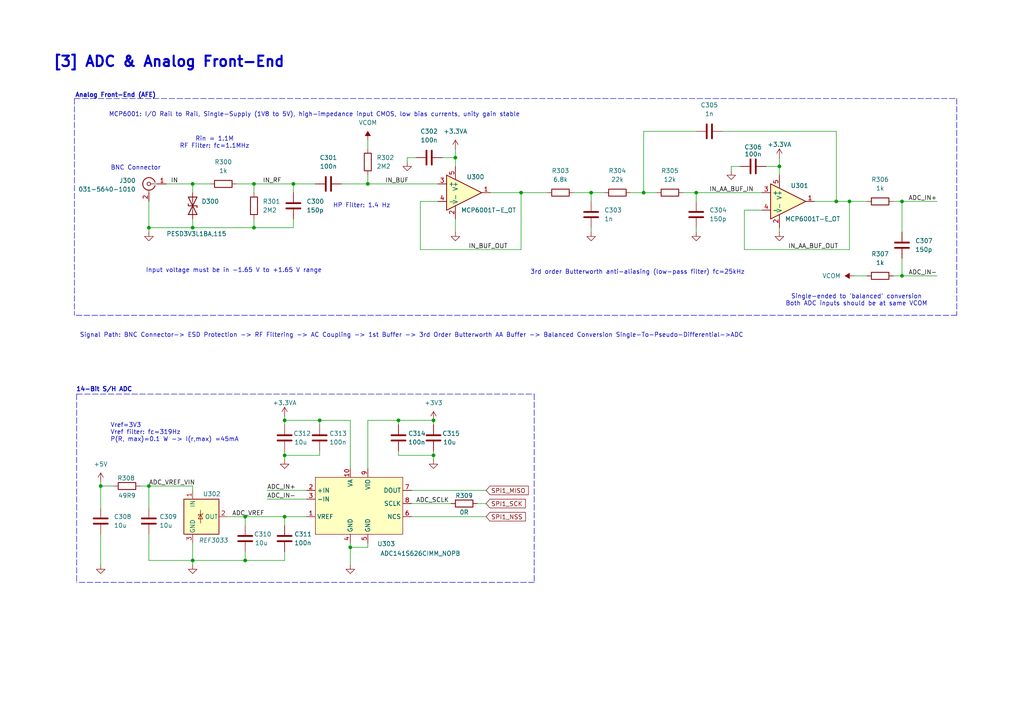
<source format=kicad_sch>
(kicad_sch
	(version 20231120)
	(generator "eeschema")
	(generator_version "8.0")
	(uuid "35a8bc02-4b1e-4a33-af2d-6cbcd1b20641")
	(paper "A4")
	(title_block
		(title "Oscilloscope & Signal Generator")
		(rev "0.1")
		(company "Prohairesis")
	)
	(lib_symbols
		(symbol "Connector:Conn_Coaxial"
			(pin_names
				(offset 1.016) hide)
			(exclude_from_sim no)
			(in_bom yes)
			(on_board yes)
			(property "Reference" "J"
				(at 0.254 3.048 0)
				(effects
					(font
						(size 1.27 1.27)
					)
				)
			)
			(property "Value" "Conn_Coaxial"
				(at 2.921 0 90)
				(effects
					(font
						(size 1.27 1.27)
					)
				)
			)
			(property "Footprint" ""
				(at 0 0 0)
				(effects
					(font
						(size 1.27 1.27)
					)
					(hide yes)
				)
			)
			(property "Datasheet" " ~"
				(at 0 0 0)
				(effects
					(font
						(size 1.27 1.27)
					)
					(hide yes)
				)
			)
			(property "Description" "coaxial connector (BNC, SMA, SMB, SMC, Cinch/RCA, LEMO, ...)"
				(at 0 0 0)
				(effects
					(font
						(size 1.27 1.27)
					)
					(hide yes)
				)
			)
			(property "ki_keywords" "BNC SMA SMB SMC LEMO coaxial connector CINCH RCA MCX MMCX U.FL UMRF"
				(at 0 0 0)
				(effects
					(font
						(size 1.27 1.27)
					)
					(hide yes)
				)
			)
			(property "ki_fp_filters" "*BNC* *SMA* *SMB* *SMC* *Cinch* *LEMO* *UMRF* *MCX* *U.FL*"
				(at 0 0 0)
				(effects
					(font
						(size 1.27 1.27)
					)
					(hide yes)
				)
			)
			(symbol "Conn_Coaxial_0_1"
				(arc
					(start -1.778 -0.508)
					(mid 0.2311 -1.8066)
					(end 1.778 0)
					(stroke
						(width 0.254)
						(type default)
					)
					(fill
						(type none)
					)
				)
				(polyline
					(pts
						(xy -2.54 0) (xy -0.508 0)
					)
					(stroke
						(width 0)
						(type default)
					)
					(fill
						(type none)
					)
				)
				(polyline
					(pts
						(xy 0 -2.54) (xy 0 -1.778)
					)
					(stroke
						(width 0)
						(type default)
					)
					(fill
						(type none)
					)
				)
				(circle
					(center 0 0)
					(radius 0.508)
					(stroke
						(width 0.2032)
						(type default)
					)
					(fill
						(type none)
					)
				)
				(arc
					(start 1.778 0)
					(mid 0.2099 1.8101)
					(end -1.778 0.508)
					(stroke
						(width 0.254)
						(type default)
					)
					(fill
						(type none)
					)
				)
			)
			(symbol "Conn_Coaxial_1_1"
				(pin passive line
					(at -5.08 0 0)
					(length 2.54)
					(name "In"
						(effects
							(font
								(size 1.27 1.27)
							)
						)
					)
					(number "1"
						(effects
							(font
								(size 1.27 1.27)
							)
						)
					)
				)
				(pin passive line
					(at 0 -5.08 90)
					(length 2.54)
					(name "Ext"
						(effects
							(font
								(size 1.27 1.27)
							)
						)
					)
					(number "2"
						(effects
							(font
								(size 1.27 1.27)
							)
						)
					)
				)
			)
		)
		(symbol "Device:C"
			(pin_numbers hide)
			(pin_names
				(offset 0.254)
			)
			(exclude_from_sim no)
			(in_bom yes)
			(on_board yes)
			(property "Reference" "C"
				(at 0.635 2.54 0)
				(effects
					(font
						(size 1.27 1.27)
					)
					(justify left)
				)
			)
			(property "Value" "C"
				(at 0.635 -2.54 0)
				(effects
					(font
						(size 1.27 1.27)
					)
					(justify left)
				)
			)
			(property "Footprint" ""
				(at 0.9652 -3.81 0)
				(effects
					(font
						(size 1.27 1.27)
					)
					(hide yes)
				)
			)
			(property "Datasheet" "~"
				(at 0 0 0)
				(effects
					(font
						(size 1.27 1.27)
					)
					(hide yes)
				)
			)
			(property "Description" "Unpolarized capacitor"
				(at 0 0 0)
				(effects
					(font
						(size 1.27 1.27)
					)
					(hide yes)
				)
			)
			(property "ki_keywords" "cap capacitor"
				(at 0 0 0)
				(effects
					(font
						(size 1.27 1.27)
					)
					(hide yes)
				)
			)
			(property "ki_fp_filters" "C_*"
				(at 0 0 0)
				(effects
					(font
						(size 1.27 1.27)
					)
					(hide yes)
				)
			)
			(symbol "C_0_1"
				(polyline
					(pts
						(xy -2.032 -0.762) (xy 2.032 -0.762)
					)
					(stroke
						(width 0.508)
						(type default)
					)
					(fill
						(type none)
					)
				)
				(polyline
					(pts
						(xy -2.032 0.762) (xy 2.032 0.762)
					)
					(stroke
						(width 0.508)
						(type default)
					)
					(fill
						(type none)
					)
				)
			)
			(symbol "C_1_1"
				(pin passive line
					(at 0 3.81 270)
					(length 2.794)
					(name "~"
						(effects
							(font
								(size 1.27 1.27)
							)
						)
					)
					(number "1"
						(effects
							(font
								(size 1.27 1.27)
							)
						)
					)
				)
				(pin passive line
					(at 0 -3.81 90)
					(length 2.794)
					(name "~"
						(effects
							(font
								(size 1.27 1.27)
							)
						)
					)
					(number "2"
						(effects
							(font
								(size 1.27 1.27)
							)
						)
					)
				)
			)
		)
		(symbol "Device:R"
			(pin_numbers hide)
			(pin_names
				(offset 0)
			)
			(exclude_from_sim no)
			(in_bom yes)
			(on_board yes)
			(property "Reference" "R"
				(at 2.032 0 90)
				(effects
					(font
						(size 1.27 1.27)
					)
				)
			)
			(property "Value" "R"
				(at 0 0 90)
				(effects
					(font
						(size 1.27 1.27)
					)
				)
			)
			(property "Footprint" ""
				(at -1.778 0 90)
				(effects
					(font
						(size 1.27 1.27)
					)
					(hide yes)
				)
			)
			(property "Datasheet" "~"
				(at 0 0 0)
				(effects
					(font
						(size 1.27 1.27)
					)
					(hide yes)
				)
			)
			(property "Description" "Resistor"
				(at 0 0 0)
				(effects
					(font
						(size 1.27 1.27)
					)
					(hide yes)
				)
			)
			(property "ki_keywords" "R res resistor"
				(at 0 0 0)
				(effects
					(font
						(size 1.27 1.27)
					)
					(hide yes)
				)
			)
			(property "ki_fp_filters" "R_*"
				(at 0 0 0)
				(effects
					(font
						(size 1.27 1.27)
					)
					(hide yes)
				)
			)
			(symbol "R_0_1"
				(rectangle
					(start -1.016 -2.54)
					(end 1.016 2.54)
					(stroke
						(width 0.254)
						(type default)
					)
					(fill
						(type none)
					)
				)
			)
			(symbol "R_1_1"
				(pin passive line
					(at 0 3.81 270)
					(length 1.27)
					(name "~"
						(effects
							(font
								(size 1.27 1.27)
							)
						)
					)
					(number "1"
						(effects
							(font
								(size 1.27 1.27)
							)
						)
					)
				)
				(pin passive line
					(at 0 -3.81 90)
					(length 1.27)
					(name "~"
						(effects
							(font
								(size 1.27 1.27)
							)
						)
					)
					(number "2"
						(effects
							(font
								(size 1.27 1.27)
							)
						)
					)
				)
			)
		)
		(symbol "Reference_Voltage:REF3033"
			(pin_names
				(offset 0.254)
			)
			(exclude_from_sim no)
			(in_bom yes)
			(on_board yes)
			(property "Reference" "U"
				(at 0 6.35 0)
				(effects
					(font
						(size 1.27 1.27)
					)
				)
			)
			(property "Value" "REF3033"
				(at 2.54 -6.35 0)
				(effects
					(font
						(size 1.27 1.27)
						(italic yes)
					)
				)
			)
			(property "Footprint" "Package_TO_SOT_SMD:SOT-23"
				(at 0 -11.43 0)
				(effects
					(font
						(size 1.27 1.27)
						(italic yes)
					)
					(hide yes)
				)
			)
			(property "Datasheet" "http://www.ti.com/lit/ds/symlink/ref3033.pdf"
				(at 2.54 -8.89 0)
				(effects
					(font
						(size 1.27 1.27)
						(italic yes)
					)
					(hide yes)
				)
			)
			(property "Description" "3.3V 50-ppm/°C Max, 50-μA, CMOS Voltage Reference, SOT-23-3"
				(at 0 0 0)
				(effects
					(font
						(size 1.27 1.27)
					)
					(hide yes)
				)
			)
			(property "ki_keywords" "voltage reference"
				(at 0 0 0)
				(effects
					(font
						(size 1.27 1.27)
					)
					(hide yes)
				)
			)
			(property "ki_fp_filters" "SOT?23*"
				(at 0 0 0)
				(effects
					(font
						(size 1.27 1.27)
					)
					(hide yes)
				)
			)
			(symbol "REF3033_0_1"
				(rectangle
					(start -5.08 5.08)
					(end 5.08 -5.08)
					(stroke
						(width 0.254)
						(type default)
					)
					(fill
						(type background)
					)
				)
				(polyline
					(pts
						(xy -0.254 1.905) (xy -0.254 -1.905)
					)
					(stroke
						(width 0)
						(type default)
					)
					(fill
						(type none)
					)
				)
				(polyline
					(pts
						(xy -0.889 -0.635) (xy 0.381 -0.635) (xy -0.254 0.635) (xy -0.889 -0.635)
					)
					(stroke
						(width 0)
						(type default)
					)
					(fill
						(type none)
					)
				)
				(polyline
					(pts
						(xy 0.381 1.016) (xy 0.381 0.635) (xy -0.889 0.635) (xy -0.889 0.254)
					)
					(stroke
						(width 0)
						(type default)
					)
					(fill
						(type none)
					)
				)
			)
			(symbol "REF3033_1_1"
				(pin power_in line
					(at -2.54 7.62 270)
					(length 2.54)
					(name "IN"
						(effects
							(font
								(size 1.27 1.27)
							)
						)
					)
					(number "1"
						(effects
							(font
								(size 1.27 1.27)
							)
						)
					)
				)
				(pin power_out line
					(at 7.62 0 180)
					(length 2.54)
					(name "OUT"
						(effects
							(font
								(size 1.27 1.27)
							)
						)
					)
					(number "2"
						(effects
							(font
								(size 1.27 1.27)
							)
						)
					)
				)
				(pin power_in line
					(at -2.54 -7.62 90)
					(length 2.54)
					(name "GND"
						(effects
							(font
								(size 1.27 1.27)
							)
						)
					)
					(number "3"
						(effects
							(font
								(size 1.27 1.27)
							)
						)
					)
				)
			)
		)
		(symbol "SamacSys_Parts:ADC141S626CIMM_NOPB"
			(exclude_from_sim no)
			(in_bom yes)
			(on_board yes)
			(property "Reference" "U"
				(at 20.066 12.446 0)
				(effects
					(font
						(size 1.27 1.27)
					)
					(justify left top)
				)
			)
			(property "Value" "ADC141S626CIMM_NOPB"
				(at 20.066 9.906 0)
				(effects
					(font
						(size 1.27 1.27)
					)
					(justify left top)
				)
			)
			(property "Footprint" "SOP50P490X110-10N"
				(at 26.67 -94.92 0)
				(effects
					(font
						(size 1.27 1.27)
					)
					(justify left top)
					(hide yes)
				)
			)
			(property "Datasheet" "http://www.ti.com/lit/gpn/adc141s626"
				(at 26.67 -194.92 0)
				(effects
					(font
						(size 1.27 1.27)
					)
					(justify left top)
					(hide yes)
				)
			)
			(property "Description" "14-Bit, 50 kSPS to 250 kSPS, Differential Input, Micro Power A/D Converter"
				(at 0 0 0)
				(effects
					(font
						(size 1.27 1.27)
					)
					(hide yes)
				)
			)
			(property "Height" "1.1"
				(at 26.67 -394.92 0)
				(effects
					(font
						(size 1.27 1.27)
					)
					(justify left top)
					(hide yes)
				)
			)
			(property "Manufacturer_Name" "Texas Instruments"
				(at 26.67 -494.92 0)
				(effects
					(font
						(size 1.27 1.27)
					)
					(justify left top)
					(hide yes)
				)
			)
			(property "Manufacturer_Part_Number" "ADC141S626CIMM/NOPB"
				(at 26.67 -594.92 0)
				(effects
					(font
						(size 1.27 1.27)
					)
					(justify left top)
					(hide yes)
				)
			)
			(property "Mouser Part Number" "926-AD141S626CIMMNPB"
				(at 26.67 -694.92 0)
				(effects
					(font
						(size 1.27 1.27)
					)
					(justify left top)
					(hide yes)
				)
			)
			(property "Mouser Price/Stock" "https://www.mouser.co.uk/ProductDetail/Texas-Instruments/ADC141S626CIMM-NOPB?qs=7X5t%252BdzoRHCk2zqpP70%252BpA%3D%3D"
				(at 26.67 -794.92 0)
				(effects
					(font
						(size 1.27 1.27)
					)
					(justify left top)
					(hide yes)
				)
			)
			(property "Arrow Part Number" "ADC141S626CIMM/NOPB"
				(at 26.67 -894.92 0)
				(effects
					(font
						(size 1.27 1.27)
					)
					(justify left top)
					(hide yes)
				)
			)
			(property "Arrow Price/Stock" "https://www.arrow.com/en/products/adc141s626cimmnopb/texas-instruments?region=nac"
				(at 26.67 -994.92 0)
				(effects
					(font
						(size 1.27 1.27)
					)
					(justify left top)
					(hide yes)
				)
			)
			(symbol "ADC141S626CIMM_NOPB_0_0"
				(pin input line
					(at -2.54 -3.81 0)
					(length 2.54)
					(name "VREF"
						(effects
							(font
								(size 1.27 1.27)
							)
						)
					)
					(number "1"
						(effects
							(font
								(size 1.27 1.27)
							)
						)
					)
				)
				(pin power_in line
					(at 10.16 10.16 270)
					(length 2.54)
					(name "VA"
						(effects
							(font
								(size 1.27 1.27)
							)
						)
					)
					(number "10"
						(effects
							(font
								(size 1.27 1.27)
							)
						)
					)
				)
				(pin input line
					(at -2.54 3.81 0)
					(length 2.54)
					(name "+IN"
						(effects
							(font
								(size 1.27 1.27)
							)
						)
					)
					(number "2"
						(effects
							(font
								(size 1.27 1.27)
							)
						)
					)
				)
				(pin input line
					(at -2.54 1.27 0)
					(length 2.54)
					(name "-IN"
						(effects
							(font
								(size 1.27 1.27)
							)
						)
					)
					(number "3"
						(effects
							(font
								(size 1.27 1.27)
							)
						)
					)
				)
				(pin power_in line
					(at 10.16 -11.43 90)
					(length 2.54)
					(name "GND"
						(effects
							(font
								(size 1.27 1.27)
							)
						)
					)
					(number "4"
						(effects
							(font
								(size 1.27 1.27)
							)
						)
					)
				)
				(pin power_in line
					(at 15.24 -11.43 90)
					(length 2.54)
					(name "GND"
						(effects
							(font
								(size 1.27 1.27)
							)
						)
					)
					(number "5"
						(effects
							(font
								(size 1.27 1.27)
							)
						)
					)
				)
				(pin input line
					(at 27.94 -3.81 180)
					(length 2.54)
					(name "NCS"
						(effects
							(font
								(size 1.27 1.27)
							)
						)
					)
					(number "6"
						(effects
							(font
								(size 1.27 1.27)
							)
						)
					)
				)
				(pin output line
					(at 27.94 3.81 180)
					(length 2.54)
					(name "DOUT"
						(effects
							(font
								(size 1.27 1.27)
							)
						)
					)
					(number "7"
						(effects
							(font
								(size 1.27 1.27)
							)
						)
					)
				)
				(pin input line
					(at 27.94 0 180)
					(length 2.54)
					(name "SCLK"
						(effects
							(font
								(size 1.27 1.27)
							)
						)
					)
					(number "8"
						(effects
							(font
								(size 1.27 1.27)
							)
						)
					)
				)
				(pin power_in line
					(at 15.24 10.16 270)
					(length 2.54)
					(name "VIO"
						(effects
							(font
								(size 1.27 1.27)
							)
						)
					)
					(number "9"
						(effects
							(font
								(size 1.27 1.27)
							)
						)
					)
				)
			)
			(symbol "ADC141S626CIMM_NOPB_0_1"
				(rectangle
					(start 0 7.62)
					(end 25.4 -8.89)
					(stroke
						(width 0)
						(type default)
					)
					(fill
						(type background)
					)
				)
			)
		)
		(symbol "SamacSys_Parts:MCP6001T-E_OT"
			(exclude_from_sim no)
			(in_bom yes)
			(on_board yes)
			(property "Reference" "IC"
				(at 5.08 8.89 0)
				(effects
					(font
						(size 1.27 1.27)
					)
					(justify left top)
				)
			)
			(property "Value" "MCP6001T-E_OT"
				(at 5.08 6.35 0)
				(effects
					(font
						(size 1.27 1.27)
					)
					(justify left top)
				)
			)
			(property "Footprint" "SOT95P270X145-5N"
				(at 25.4 -74.6 0)
				(effects
					(font
						(size 1.27 1.27)
					)
					(justify left top)
					(hide yes)
				)
			)
			(property "Datasheet" "https://datasheet.datasheetarchive.com/originals/distributors/Datasheets-304/55313.pdf"
				(at 25.4 -174.6 0)
				(effects
					(font
						(size 1.27 1.27)
					)
					(justify left top)
					(hide yes)
				)
			)
			(property "Description" "Single 1.8V 1MHz OpAmp,MCP6001T-E/OT"
				(at 0 1.27 0)
				(effects
					(font
						(size 1.27 1.27)
					)
					(hide yes)
				)
			)
			(property "Height" "1.45"
				(at 25.4 -374.6 0)
				(effects
					(font
						(size 1.27 1.27)
					)
					(justify left top)
					(hide yes)
				)
			)
			(property "Manufacturer_Name" "Microchip"
				(at 25.4 -474.6 0)
				(effects
					(font
						(size 1.27 1.27)
					)
					(justify left top)
					(hide yes)
				)
			)
			(property "Manufacturer_Part_Number" "MCP6001T-E/OT"
				(at 25.4 -574.6 0)
				(effects
					(font
						(size 1.27 1.27)
					)
					(justify left top)
					(hide yes)
				)
			)
			(property "Mouser Part Number" "579-MCP6001T-E/OT"
				(at 25.4 -674.6 0)
				(effects
					(font
						(size 1.27 1.27)
					)
					(justify left top)
					(hide yes)
				)
			)
			(property "Mouser Price/Stock" "https://www.mouser.co.uk/ProductDetail/Microchip-Technology/MCP6001T-E-OT?qs=npqfqDPP3%2FwkX3GgGH%252BE4A%3D%3D"
				(at 25.4 -774.6 0)
				(effects
					(font
						(size 1.27 1.27)
					)
					(justify left top)
					(hide yes)
				)
			)
			(property "Arrow Part Number" "MCP6001T-E/OT"
				(at 25.4 -874.6 0)
				(effects
					(font
						(size 1.27 1.27)
					)
					(justify left top)
					(hide yes)
				)
			)
			(property "Arrow Price/Stock" "https://www.arrow.com/en/products/mcp6001t-eot/microchip-technology?region=nac"
				(at 25.4 -974.6 0)
				(effects
					(font
						(size 1.27 1.27)
					)
					(justify left top)
					(hide yes)
				)
			)
			(symbol "MCP6001T-E_OT_0_1"
				(polyline
					(pts
						(xy -2.54 5.08) (xy 7.62 0) (xy -2.54 -5.08) (xy -2.54 5.08)
					)
					(stroke
						(width 0.254)
						(type default)
					)
					(fill
						(type background)
					)
				)
				(pin power_in line
					(at 0 -7.62 90)
					(length 3.81)
					(name "V-"
						(effects
							(font
								(size 1.27 1.27)
							)
						)
					)
					(number "2"
						(effects
							(font
								(size 1.27 1.27)
							)
						)
					)
				)
				(pin power_in line
					(at 0 7.62 270)
					(length 3.81)
					(name "V+"
						(effects
							(font
								(size 1.27 1.27)
							)
						)
					)
					(number "5"
						(effects
							(font
								(size 1.27 1.27)
							)
						)
					)
				)
			)
			(symbol "MCP6001T-E_OT_1_1"
				(pin output line
					(at 10.16 0 180)
					(length 2.54)
					(name ""
						(effects
							(font
								(size 1 1)
							)
						)
					)
					(number "1"
						(effects
							(font
								(size 1.27 1.27)
							)
						)
					)
				)
				(pin input line
					(at -5.08 2.54 0)
					(length 2.54)
					(name "+"
						(effects
							(font
								(size 1.27 1.27)
							)
						)
					)
					(number "3"
						(effects
							(font
								(size 1.27 1.27)
							)
						)
					)
				)
				(pin input line
					(at -5.08 -2.54 0)
					(length 2.54)
					(name "-"
						(effects
							(font
								(size 1.27 1.27)
							)
						)
					)
					(number "4"
						(effects
							(font
								(size 1.27 1.27)
							)
						)
					)
				)
			)
		)
		(symbol "SamacSys_Parts:PESD3V3L1BA,115"
			(pin_numbers hide)
			(pin_names hide)
			(exclude_from_sim no)
			(in_bom yes)
			(on_board yes)
			(property "Reference" "D"
				(at 2.794 2.032 0)
				(effects
					(font
						(size 1.27 1.27)
					)
					(justify left bottom)
				)
			)
			(property "Value" "PESD3V3L1BA,115"
				(at -3.556 -3.556 0)
				(effects
					(font
						(size 1.27 1.27)
					)
					(justify left bottom)
				)
			)
			(property "Footprint" "SOD2512X110N"
				(at 15.24 -93.65 0)
				(effects
					(font
						(size 1.27 1.27)
					)
					(justify left bottom)
					(hide yes)
				)
			)
			(property "Datasheet" "https://assets.nexperia.com/documents/data-sheet/PESDXL1BA_SER.pdf"
				(at 15.24 -193.65 0)
				(effects
					(font
						(size 1.27 1.27)
					)
					(justify left bottom)
					(hide yes)
				)
			)
			(property "Description" "PESD3V3L1BA - Low capacitance bidirectional ESD protection diode in SOD323"
				(at 3.302 -0.254 0)
				(effects
					(font
						(size 1.27 1.27)
					)
					(hide yes)
				)
			)
			(property "Height" "1.1"
				(at 15.24 -393.65 0)
				(effects
					(font
						(size 1.27 1.27)
					)
					(justify left bottom)
					(hide yes)
				)
			)
			(property "Manufacturer_Name" "Nexperia"
				(at 15.24 -493.65 0)
				(effects
					(font
						(size 1.27 1.27)
					)
					(justify left bottom)
					(hide yes)
				)
			)
			(property "Manufacturer_Part_Number" "PESD3V3L1BA,115"
				(at 15.24 -593.65 0)
				(effects
					(font
						(size 1.27 1.27)
					)
					(justify left bottom)
					(hide yes)
				)
			)
			(property "Mouser Part Number" "771-PESD3V3L1BA-T/R"
				(at 15.24 -693.65 0)
				(effects
					(font
						(size 1.27 1.27)
					)
					(justify left bottom)
					(hide yes)
				)
			)
			(property "Mouser Price/Stock" "https://www.mouser.co.uk/ProductDetail/Nexperia/PESD3V3L1BA115?qs=LOCUfHb8d9tfcQwAsqvzKg%3D%3D"
				(at 15.24 -793.65 0)
				(effects
					(font
						(size 1.27 1.27)
					)
					(justify left bottom)
					(hide yes)
				)
			)
			(property "Arrow Part Number" "PESD3V3L1BA,115"
				(at 15.24 -893.65 0)
				(effects
					(font
						(size 1.27 1.27)
					)
					(justify left bottom)
					(hide yes)
				)
			)
			(property "Arrow Price/Stock" "https://www.arrow.com/en/products/pesd3v3l1ba115/nexperia?region=nac"
				(at 15.24 -993.65 0)
				(effects
					(font
						(size 1.27 1.27)
					)
					(justify left bottom)
					(hide yes)
				)
			)
			(symbol "PESD3V3L1BA,115_0_1"
				(polyline
					(pts
						(xy 5.08 0) (xy 2.54 0)
					)
					(stroke
						(width 0)
						(type default)
					)
					(fill
						(type none)
					)
				)
				(polyline
					(pts
						(xy 4.318 1.27) (xy 3.81 1.27) (xy 3.81 -1.27) (xy 3.302 -1.27)
					)
					(stroke
						(width 0.254)
						(type default)
					)
					(fill
						(type none)
					)
				)
				(polyline
					(pts
						(xy 1.27 1.27) (xy 1.27 -1.27) (xy 6.35 1.27) (xy 6.35 -1.27) (xy 1.27 1.27)
					)
					(stroke
						(width 0.254)
						(type default)
					)
					(fill
						(type none)
					)
				)
			)
			(symbol "PESD3V3L1BA,115_1_1"
				(pin passive line
					(at 0 0 0)
					(length 2.54)
					(name "A1"
						(effects
							(font
								(size 1.27 1.27)
							)
						)
					)
					(number "1"
						(effects
							(font
								(size 1.27 1.27)
							)
						)
					)
				)
				(pin passive line
					(at 7.62 0 180)
					(length 2.54)
					(name "A2"
						(effects
							(font
								(size 1.27 1.27)
							)
						)
					)
					(number "2"
						(effects
							(font
								(size 1.27 1.27)
							)
						)
					)
				)
			)
		)
		(symbol "power:+3.3VA"
			(power)
			(pin_numbers hide)
			(pin_names
				(offset 0) hide)
			(exclude_from_sim no)
			(in_bom yes)
			(on_board yes)
			(property "Reference" "#PWR"
				(at 0 -3.81 0)
				(effects
					(font
						(size 1.27 1.27)
					)
					(hide yes)
				)
			)
			(property "Value" "+3.3VA"
				(at 0 3.556 0)
				(effects
					(font
						(size 1.27 1.27)
					)
				)
			)
			(property "Footprint" ""
				(at 0 0 0)
				(effects
					(font
						(size 1.27 1.27)
					)
					(hide yes)
				)
			)
			(property "Datasheet" ""
				(at 0 0 0)
				(effects
					(font
						(size 1.27 1.27)
					)
					(hide yes)
				)
			)
			(property "Description" "Power symbol creates a global label with name \"+3.3VA\""
				(at 0 0 0)
				(effects
					(font
						(size 1.27 1.27)
					)
					(hide yes)
				)
			)
			(property "ki_keywords" "global power"
				(at 0 0 0)
				(effects
					(font
						(size 1.27 1.27)
					)
					(hide yes)
				)
			)
			(symbol "+3.3VA_0_1"
				(polyline
					(pts
						(xy -0.762 1.27) (xy 0 2.54)
					)
					(stroke
						(width 0)
						(type default)
					)
					(fill
						(type none)
					)
				)
				(polyline
					(pts
						(xy 0 0) (xy 0 2.54)
					)
					(stroke
						(width 0)
						(type default)
					)
					(fill
						(type none)
					)
				)
				(polyline
					(pts
						(xy 0 2.54) (xy 0.762 1.27)
					)
					(stroke
						(width 0)
						(type default)
					)
					(fill
						(type none)
					)
				)
			)
			(symbol "+3.3VA_1_1"
				(pin power_in line
					(at 0 0 90)
					(length 0)
					(name "~"
						(effects
							(font
								(size 1.27 1.27)
							)
						)
					)
					(number "1"
						(effects
							(font
								(size 1.27 1.27)
							)
						)
					)
				)
			)
		)
		(symbol "power:+3V3"
			(power)
			(pin_numbers hide)
			(pin_names
				(offset 0) hide)
			(exclude_from_sim no)
			(in_bom yes)
			(on_board yes)
			(property "Reference" "#PWR"
				(at 0 -3.81 0)
				(effects
					(font
						(size 1.27 1.27)
					)
					(hide yes)
				)
			)
			(property "Value" "+3V3"
				(at 0 3.556 0)
				(effects
					(font
						(size 1.27 1.27)
					)
				)
			)
			(property "Footprint" ""
				(at 0 0 0)
				(effects
					(font
						(size 1.27 1.27)
					)
					(hide yes)
				)
			)
			(property "Datasheet" ""
				(at 0 0 0)
				(effects
					(font
						(size 1.27 1.27)
					)
					(hide yes)
				)
			)
			(property "Description" "Power symbol creates a global label with name \"+3V3\""
				(at 0 0 0)
				(effects
					(font
						(size 1.27 1.27)
					)
					(hide yes)
				)
			)
			(property "ki_keywords" "global power"
				(at 0 0 0)
				(effects
					(font
						(size 1.27 1.27)
					)
					(hide yes)
				)
			)
			(symbol "+3V3_0_1"
				(polyline
					(pts
						(xy -0.762 1.27) (xy 0 2.54)
					)
					(stroke
						(width 0)
						(type default)
					)
					(fill
						(type none)
					)
				)
				(polyline
					(pts
						(xy 0 0) (xy 0 2.54)
					)
					(stroke
						(width 0)
						(type default)
					)
					(fill
						(type none)
					)
				)
				(polyline
					(pts
						(xy 0 2.54) (xy 0.762 1.27)
					)
					(stroke
						(width 0)
						(type default)
					)
					(fill
						(type none)
					)
				)
			)
			(symbol "+3V3_1_1"
				(pin power_in line
					(at 0 0 90)
					(length 0)
					(name "~"
						(effects
							(font
								(size 1.27 1.27)
							)
						)
					)
					(number "1"
						(effects
							(font
								(size 1.27 1.27)
							)
						)
					)
				)
			)
		)
		(symbol "power:+5V"
			(power)
			(pin_numbers hide)
			(pin_names
				(offset 0) hide)
			(exclude_from_sim no)
			(in_bom yes)
			(on_board yes)
			(property "Reference" "#PWR"
				(at 0 -3.81 0)
				(effects
					(font
						(size 1.27 1.27)
					)
					(hide yes)
				)
			)
			(property "Value" "+5V"
				(at 0 3.556 0)
				(effects
					(font
						(size 1.27 1.27)
					)
				)
			)
			(property "Footprint" ""
				(at 0 0 0)
				(effects
					(font
						(size 1.27 1.27)
					)
					(hide yes)
				)
			)
			(property "Datasheet" ""
				(at 0 0 0)
				(effects
					(font
						(size 1.27 1.27)
					)
					(hide yes)
				)
			)
			(property "Description" "Power symbol creates a global label with name \"+5V\""
				(at 0 0 0)
				(effects
					(font
						(size 1.27 1.27)
					)
					(hide yes)
				)
			)
			(property "ki_keywords" "global power"
				(at 0 0 0)
				(effects
					(font
						(size 1.27 1.27)
					)
					(hide yes)
				)
			)
			(symbol "+5V_0_1"
				(polyline
					(pts
						(xy -0.762 1.27) (xy 0 2.54)
					)
					(stroke
						(width 0)
						(type default)
					)
					(fill
						(type none)
					)
				)
				(polyline
					(pts
						(xy 0 0) (xy 0 2.54)
					)
					(stroke
						(width 0)
						(type default)
					)
					(fill
						(type none)
					)
				)
				(polyline
					(pts
						(xy 0 2.54) (xy 0.762 1.27)
					)
					(stroke
						(width 0)
						(type default)
					)
					(fill
						(type none)
					)
				)
			)
			(symbol "+5V_1_1"
				(pin power_in line
					(at 0 0 90)
					(length 0)
					(name "~"
						(effects
							(font
								(size 1.27 1.27)
							)
						)
					)
					(number "1"
						(effects
							(font
								(size 1.27 1.27)
							)
						)
					)
				)
			)
		)
		(symbol "power:GND"
			(power)
			(pin_numbers hide)
			(pin_names
				(offset 0) hide)
			(exclude_from_sim no)
			(in_bom yes)
			(on_board yes)
			(property "Reference" "#PWR"
				(at 0 -6.35 0)
				(effects
					(font
						(size 1.27 1.27)
					)
					(hide yes)
				)
			)
			(property "Value" "GND"
				(at 0 -3.81 0)
				(effects
					(font
						(size 1.27 1.27)
					)
				)
			)
			(property "Footprint" ""
				(at 0 0 0)
				(effects
					(font
						(size 1.27 1.27)
					)
					(hide yes)
				)
			)
			(property "Datasheet" ""
				(at 0 0 0)
				(effects
					(font
						(size 1.27 1.27)
					)
					(hide yes)
				)
			)
			(property "Description" "Power symbol creates a global label with name \"GND\" , ground"
				(at 0 0 0)
				(effects
					(font
						(size 1.27 1.27)
					)
					(hide yes)
				)
			)
			(property "ki_keywords" "global power"
				(at 0 0 0)
				(effects
					(font
						(size 1.27 1.27)
					)
					(hide yes)
				)
			)
			(symbol "GND_0_1"
				(polyline
					(pts
						(xy 0 0) (xy 0 -1.27) (xy 1.27 -1.27) (xy 0 -2.54) (xy -1.27 -1.27) (xy 0 -1.27)
					)
					(stroke
						(width 0)
						(type default)
					)
					(fill
						(type none)
					)
				)
			)
			(symbol "GND_1_1"
				(pin power_in line
					(at 0 0 270)
					(length 0)
					(name "~"
						(effects
							(font
								(size 1.27 1.27)
							)
						)
					)
					(number "1"
						(effects
							(font
								(size 1.27 1.27)
							)
						)
					)
				)
			)
		)
		(symbol "power:VCOM"
			(power)
			(pin_numbers hide)
			(pin_names
				(offset 0) hide)
			(exclude_from_sim no)
			(in_bom yes)
			(on_board yes)
			(property "Reference" "#PWR"
				(at 0 -3.81 0)
				(effects
					(font
						(size 1.27 1.27)
					)
					(hide yes)
				)
			)
			(property "Value" "VCOM"
				(at 0 3.556 0)
				(effects
					(font
						(size 1.27 1.27)
					)
				)
			)
			(property "Footprint" ""
				(at 0 0 0)
				(effects
					(font
						(size 1.27 1.27)
					)
					(hide yes)
				)
			)
			(property "Datasheet" ""
				(at 0 0 0)
				(effects
					(font
						(size 1.27 1.27)
					)
					(hide yes)
				)
			)
			(property "Description" "Power symbol creates a global label with name \"VCOM\""
				(at 0 0 0)
				(effects
					(font
						(size 1.27 1.27)
					)
					(hide yes)
				)
			)
			(property "ki_keywords" "global power"
				(at 0 0 0)
				(effects
					(font
						(size 1.27 1.27)
					)
					(hide yes)
				)
			)
			(symbol "VCOM_0_1"
				(polyline
					(pts
						(xy 0 0) (xy 0 2.54)
					)
					(stroke
						(width 0)
						(type default)
					)
					(fill
						(type none)
					)
				)
				(polyline
					(pts
						(xy 0.762 1.27) (xy -0.762 1.27) (xy 0 2.54) (xy 0.762 1.27)
					)
					(stroke
						(width 0)
						(type default)
					)
					(fill
						(type outline)
					)
				)
			)
			(symbol "VCOM_1_1"
				(pin power_in line
					(at 0 0 90)
					(length 0)
					(name "~"
						(effects
							(font
								(size 1.27 1.27)
							)
						)
					)
					(number "1"
						(effects
							(font
								(size 1.27 1.27)
							)
						)
					)
				)
			)
		)
	)
	(junction
		(at 82.55 149.86)
		(diameter 0)
		(color 0 0 0 0)
		(uuid "01342998-dd15-42d3-aadf-ee54fbc07cd1")
	)
	(junction
		(at 201.93 55.88)
		(diameter 0)
		(color 0 0 0 0)
		(uuid "14c33a10-5596-4247-ac6c-f907edaa66e8")
	)
	(junction
		(at 71.12 149.86)
		(diameter 0)
		(color 0 0 0 0)
		(uuid "1519f97f-b442-4a16-80ae-5b58c283c166")
	)
	(junction
		(at 71.12 162.56)
		(diameter 0)
		(color 0 0 0 0)
		(uuid "164613c5-ab1b-4bfa-a7e8-84811c0ee874")
	)
	(junction
		(at 73.66 53.34)
		(diameter 0)
		(color 0 0 0 0)
		(uuid "1a2c4d94-615f-4a4a-a4f4-642da27eea4d")
	)
	(junction
		(at 55.88 53.34)
		(diameter 0)
		(color 0 0 0 0)
		(uuid "20afaf02-8f54-45b8-810b-1cbac66264ef")
	)
	(junction
		(at 82.55 121.92)
		(diameter 0)
		(color 0 0 0 0)
		(uuid "30a34421-2e6f-4031-b0c2-d723e254790d")
	)
	(junction
		(at 246.38 58.42)
		(diameter 0)
		(color 0 0 0 0)
		(uuid "35e8f8c6-5d97-464b-bbcf-efa02492cec7")
	)
	(junction
		(at 171.45 55.88)
		(diameter 0)
		(color 0 0 0 0)
		(uuid "4159d7f6-fe15-4d00-ab55-8b2c33bc5f95")
	)
	(junction
		(at 55.88 66.04)
		(diameter 0)
		(color 0 0 0 0)
		(uuid "48ac8697-e8bf-4b91-8207-cebf041dd031")
	)
	(junction
		(at 82.55 132.08)
		(diameter 0)
		(color 0 0 0 0)
		(uuid "490b683e-9142-44ee-a028-b37503ad6955")
	)
	(junction
		(at 125.73 132.08)
		(diameter 0)
		(color 0 0 0 0)
		(uuid "58441487-3475-4711-bfe0-33880698052c")
	)
	(junction
		(at 55.88 162.56)
		(diameter 0)
		(color 0 0 0 0)
		(uuid "58bac216-c0dc-4c77-bfe2-5cc9c2559985")
	)
	(junction
		(at 186.69 55.88)
		(diameter 0)
		(color 0 0 0 0)
		(uuid "666f1367-89ea-48b9-add5-74e83c33161c")
	)
	(junction
		(at 73.66 66.04)
		(diameter 0)
		(color 0 0 0 0)
		(uuid "6b60dfc9-9ffa-42e0-83d0-96214e0b1d17")
	)
	(junction
		(at 92.71 121.92)
		(diameter 0)
		(color 0 0 0 0)
		(uuid "804e800f-26fa-4d75-bfa8-a3cd80340f82")
	)
	(junction
		(at 85.09 53.34)
		(diameter 0)
		(color 0 0 0 0)
		(uuid "82207793-0051-400b-af83-56d256bc5e6f")
	)
	(junction
		(at 261.62 80.01)
		(diameter 0)
		(color 0 0 0 0)
		(uuid "ac642ff4-0521-4f2b-82d7-53caee411fe0")
	)
	(junction
		(at 43.18 140.97)
		(diameter 0)
		(color 0 0 0 0)
		(uuid "c33de197-d86a-4c23-bda6-a7e984ca68d3")
	)
	(junction
		(at 226.06 48.26)
		(diameter 0)
		(color 0 0 0 0)
		(uuid "c971aff8-93a9-4588-990f-7de8e808655e")
	)
	(junction
		(at 29.21 140.97)
		(diameter 0)
		(color 0 0 0 0)
		(uuid "c9876b54-14d1-4128-9f2c-67771eecd3fd")
	)
	(junction
		(at 242.57 58.42)
		(diameter 0)
		(color 0 0 0 0)
		(uuid "cd8131f6-fb63-4ffa-80fa-f43ae551fca2")
	)
	(junction
		(at 43.18 66.04)
		(diameter 0)
		(color 0 0 0 0)
		(uuid "d35ce370-2308-4298-889c-e89396ef97a6")
	)
	(junction
		(at 125.73 121.92)
		(diameter 0)
		(color 0 0 0 0)
		(uuid "dd46855d-2d34-4a0b-9577-cdd0b788a6d8")
	)
	(junction
		(at 115.57 121.92)
		(diameter 0)
		(color 0 0 0 0)
		(uuid "e24b3962-4f7b-413c-b6be-a2217a70f362")
	)
	(junction
		(at 101.6 158.75)
		(diameter 0)
		(color 0 0 0 0)
		(uuid "ead1597d-860c-4f9c-aede-549c673e566f")
	)
	(junction
		(at 261.62 58.42)
		(diameter 0)
		(color 0 0 0 0)
		(uuid "eb4bada1-4384-465a-8c98-2f7d9bebfc0a")
	)
	(junction
		(at 151.13 55.88)
		(diameter 0)
		(color 0 0 0 0)
		(uuid "ebb801a8-2fc9-4d9b-906e-cc4b195860bd")
	)
	(junction
		(at 106.68 53.34)
		(diameter 0)
		(color 0 0 0 0)
		(uuid "edcced35-e944-417e-95d4-a395cdcd73b3")
	)
	(junction
		(at 132.08 45.72)
		(diameter 0)
		(color 0 0 0 0)
		(uuid "fa382884-1b9a-413f-93c3-885104f57a61")
	)
	(wire
		(pts
			(xy 186.69 55.88) (xy 190.5 55.88)
		)
		(stroke
			(width 0)
			(type default)
		)
		(uuid "00948d42-4804-447d-a131-a0a54539c691")
	)
	(wire
		(pts
			(xy 201.93 55.88) (xy 220.98 55.88)
		)
		(stroke
			(width 0)
			(type default)
		)
		(uuid "09e7263e-a434-4396-bf05-c0857f8bb0eb")
	)
	(wire
		(pts
			(xy 186.69 38.1) (xy 201.93 38.1)
		)
		(stroke
			(width 0)
			(type default)
		)
		(uuid "0bfa36f0-8e38-4c2e-950b-12846fe5f5ac")
	)
	(wire
		(pts
			(xy 182.88 55.88) (xy 186.69 55.88)
		)
		(stroke
			(width 0)
			(type default)
		)
		(uuid "0d0c5d04-5214-41cd-9fbf-3396ddda844d")
	)
	(polyline
		(pts
			(xy 21.59 28.575) (xy 277.495 28.575)
		)
		(stroke
			(width 0)
			(type dash)
		)
		(uuid "0da6810d-07d0-4ad5-a6e8-74106677ab2d")
	)
	(wire
		(pts
			(xy 71.12 162.56) (xy 82.55 162.56)
		)
		(stroke
			(width 0)
			(type default)
		)
		(uuid "0ec344f6-fe6e-47ff-a1aa-8c5e820ced09")
	)
	(wire
		(pts
			(xy 43.18 154.94) (xy 43.18 162.56)
		)
		(stroke
			(width 0)
			(type default)
		)
		(uuid "0f7f5ac2-1f7d-4460-b1f1-3b6ba0fa9277")
	)
	(wire
		(pts
			(xy 43.18 140.97) (xy 55.88 140.97)
		)
		(stroke
			(width 0)
			(type default)
		)
		(uuid "1032f5f7-1d02-4406-964a-cae25d14a9fb")
	)
	(wire
		(pts
			(xy 55.88 53.34) (xy 60.96 53.34)
		)
		(stroke
			(width 0)
			(type default)
		)
		(uuid "120ccf57-16e6-4306-8fea-b99c671729e8")
	)
	(wire
		(pts
			(xy 101.6 157.48) (xy 101.6 158.75)
		)
		(stroke
			(width 0)
			(type default)
		)
		(uuid "122b0c32-c4b2-49c1-8242-ce91e54cf286")
	)
	(wire
		(pts
			(xy 85.09 53.34) (xy 85.09 55.88)
		)
		(stroke
			(width 0)
			(type default)
		)
		(uuid "12a013af-f818-4d62-a386-01055f9effcc")
	)
	(wire
		(pts
			(xy 198.12 55.88) (xy 201.93 55.88)
		)
		(stroke
			(width 0)
			(type default)
		)
		(uuid "13ae451f-4737-46ed-9e45-68b822f24de6")
	)
	(wire
		(pts
			(xy 55.88 66.04) (xy 73.66 66.04)
		)
		(stroke
			(width 0)
			(type default)
		)
		(uuid "162f5925-29ce-421d-b682-b89c15a44603")
	)
	(wire
		(pts
			(xy 120.65 45.72) (xy 118.11 45.72)
		)
		(stroke
			(width 0)
			(type default)
		)
		(uuid "166d4021-c005-4bcf-8d9a-30412d90399a")
	)
	(wire
		(pts
			(xy 115.57 121.92) (xy 125.73 121.92)
		)
		(stroke
			(width 0)
			(type default)
		)
		(uuid "1779dd78-0c28-4ac3-8270-9604597348ee")
	)
	(wire
		(pts
			(xy 71.12 149.86) (xy 82.55 149.86)
		)
		(stroke
			(width 0)
			(type default)
		)
		(uuid "18f000e3-e708-40b4-ad8d-2da2cb2abff3")
	)
	(wire
		(pts
			(xy 215.9 72.39) (xy 246.38 72.39)
		)
		(stroke
			(width 0)
			(type default)
		)
		(uuid "1b7d8081-1001-4304-9ca5-c8b650601d3f")
	)
	(wire
		(pts
			(xy 226.06 48.26) (xy 226.06 50.8)
		)
		(stroke
			(width 0)
			(type default)
		)
		(uuid "1e03ee75-ee1a-4ece-8104-2eaa434131c7")
	)
	(wire
		(pts
			(xy 125.73 121.92) (xy 125.73 123.19)
		)
		(stroke
			(width 0)
			(type default)
		)
		(uuid "1e109a3f-1a0d-4f17-be65-e6e0ac7c0429")
	)
	(polyline
		(pts
			(xy 21.59 28.575) (xy 21.59 91.44)
		)
		(stroke
			(width 0)
			(type dash)
		)
		(uuid "227bffaa-c78e-4cf9-8563-53fd3ef69939")
	)
	(wire
		(pts
			(xy 121.92 58.42) (xy 121.92 72.39)
		)
		(stroke
			(width 0)
			(type default)
		)
		(uuid "22a0e218-81db-4f8a-8f9e-f8ee54335833")
	)
	(wire
		(pts
			(xy 82.55 149.86) (xy 82.55 152.4)
		)
		(stroke
			(width 0)
			(type default)
		)
		(uuid "23e7c3ec-7e9c-4aa9-b8ff-850b5203960e")
	)
	(wire
		(pts
			(xy 171.45 55.88) (xy 175.26 55.88)
		)
		(stroke
			(width 0)
			(type default)
		)
		(uuid "27b9e461-649d-4366-ade8-bf95f182f898")
	)
	(wire
		(pts
			(xy 92.71 130.81) (xy 92.71 132.08)
		)
		(stroke
			(width 0)
			(type default)
		)
		(uuid "27d29494-7e9e-40aa-9cae-5a516dfc497e")
	)
	(wire
		(pts
			(xy 115.57 132.08) (xy 115.57 130.81)
		)
		(stroke
			(width 0)
			(type default)
		)
		(uuid "28e4793f-6387-4263-84d1-1df5a220573c")
	)
	(wire
		(pts
			(xy 261.62 58.42) (xy 261.62 67.31)
		)
		(stroke
			(width 0)
			(type default)
		)
		(uuid "290f79d9-fc7b-4735-b737-e20c028c6632")
	)
	(wire
		(pts
			(xy 119.38 146.05) (xy 130.81 146.05)
		)
		(stroke
			(width 0)
			(type default)
		)
		(uuid "29170081-e6c9-4b5f-b023-640edf943269")
	)
	(wire
		(pts
			(xy 132.08 43.18) (xy 132.08 45.72)
		)
		(stroke
			(width 0)
			(type default)
		)
		(uuid "292d3bd2-fdc6-4f90-b0dd-4c99734a6126")
	)
	(wire
		(pts
			(xy 71.12 149.86) (xy 71.12 152.4)
		)
		(stroke
			(width 0)
			(type default)
		)
		(uuid "29ac1a7c-fb40-4c48-923e-fb51fad41d20")
	)
	(wire
		(pts
			(xy 127 58.42) (xy 121.92 58.42)
		)
		(stroke
			(width 0)
			(type default)
		)
		(uuid "29f0011a-6a74-4029-af10-ab9c853f25d5")
	)
	(wire
		(pts
			(xy 246.38 58.42) (xy 251.46 58.42)
		)
		(stroke
			(width 0)
			(type default)
		)
		(uuid "2a02fe0d-d72f-4d56-9a2f-408a95221d05")
	)
	(wire
		(pts
			(xy 171.45 67.31) (xy 171.45 66.04)
		)
		(stroke
			(width 0)
			(type default)
		)
		(uuid "2d12ec3c-69a9-468b-aca6-aa30c0c5acb9")
	)
	(wire
		(pts
			(xy 73.66 63.5) (xy 73.66 66.04)
		)
		(stroke
			(width 0)
			(type default)
		)
		(uuid "2f2a24bd-5c00-48e6-a7c3-19a0465af1d5")
	)
	(wire
		(pts
			(xy 246.38 58.42) (xy 242.57 58.42)
		)
		(stroke
			(width 0)
			(type default)
		)
		(uuid "2f3a56f2-8050-4f52-9612-b16e7682f172")
	)
	(wire
		(pts
			(xy 92.71 132.08) (xy 82.55 132.08)
		)
		(stroke
			(width 0)
			(type default)
		)
		(uuid "31b315cd-9a5f-4775-a491-29fa935f0fe4")
	)
	(wire
		(pts
			(xy 212.09 48.26) (xy 212.09 49.53)
		)
		(stroke
			(width 0)
			(type default)
		)
		(uuid "34a876d1-cd8f-4464-8121-c29610f605ce")
	)
	(wire
		(pts
			(xy 82.55 121.92) (xy 82.55 123.19)
		)
		(stroke
			(width 0)
			(type default)
		)
		(uuid "36a0e6e7-41b4-4b4f-97e3-93226c9ef1a1")
	)
	(wire
		(pts
			(xy 125.73 133.35) (xy 125.73 132.08)
		)
		(stroke
			(width 0)
			(type default)
		)
		(uuid "3eba1d80-0b7e-4987-8b7f-02fee09d97c3")
	)
	(wire
		(pts
			(xy 214.63 48.26) (xy 212.09 48.26)
		)
		(stroke
			(width 0)
			(type default)
		)
		(uuid "45c891c7-7d1d-4987-b95e-9cff095d3632")
	)
	(wire
		(pts
			(xy 82.55 120.65) (xy 82.55 121.92)
		)
		(stroke
			(width 0)
			(type default)
		)
		(uuid "47845ef3-eca7-4d5a-9e50-1b5852b942ff")
	)
	(wire
		(pts
			(xy 151.13 55.88) (xy 142.24 55.88)
		)
		(stroke
			(width 0)
			(type default)
		)
		(uuid "486f0eab-9a62-4bd0-93ae-ab42dfea82a8")
	)
	(wire
		(pts
			(xy 209.55 38.1) (xy 242.57 38.1)
		)
		(stroke
			(width 0)
			(type default)
		)
		(uuid "49825b6c-1d47-4511-8795-ba36aaefd2c7")
	)
	(wire
		(pts
			(xy 119.38 149.86) (xy 140.97 149.86)
		)
		(stroke
			(width 0)
			(type default)
		)
		(uuid "49c04a81-fa78-4388-aa6c-7806a5e3a381")
	)
	(wire
		(pts
			(xy 106.68 121.92) (xy 115.57 121.92)
		)
		(stroke
			(width 0)
			(type default)
		)
		(uuid "51866d85-a481-49d8-ae0c-eb7daf8ce8a3")
	)
	(wire
		(pts
			(xy 55.88 53.34) (xy 55.88 55.88)
		)
		(stroke
			(width 0)
			(type default)
		)
		(uuid "52e4131b-25f4-4d86-866a-d2e41849577d")
	)
	(wire
		(pts
			(xy 222.25 48.26) (xy 226.06 48.26)
		)
		(stroke
			(width 0)
			(type default)
		)
		(uuid "5d32e8eb-e796-4934-bdd6-f69610edf71e")
	)
	(wire
		(pts
			(xy 43.18 140.97) (xy 43.18 147.32)
		)
		(stroke
			(width 0)
			(type default)
		)
		(uuid "5df3ce86-22e7-4877-b461-9f4d2824e77c")
	)
	(wire
		(pts
			(xy 73.66 53.34) (xy 73.66 55.88)
		)
		(stroke
			(width 0)
			(type default)
		)
		(uuid "5f20cdb2-5565-462e-a6e5-07de8637249c")
	)
	(wire
		(pts
			(xy 261.62 74.93) (xy 261.62 80.01)
		)
		(stroke
			(width 0)
			(type default)
		)
		(uuid "5f977c9b-4254-492f-8d2e-72b260a27f7f")
	)
	(wire
		(pts
			(xy 101.6 158.75) (xy 101.6 163.83)
		)
		(stroke
			(width 0)
			(type default)
		)
		(uuid "60a49f75-ab97-4cac-bb62-584ae8872ec2")
	)
	(wire
		(pts
			(xy 125.73 132.08) (xy 125.73 130.81)
		)
		(stroke
			(width 0)
			(type default)
		)
		(uuid "617fcd49-33fb-4875-88d3-bbd1b55431b0")
	)
	(wire
		(pts
			(xy 201.93 67.31) (xy 201.93 66.04)
		)
		(stroke
			(width 0)
			(type default)
		)
		(uuid "618992e1-8176-457b-9398-a9b7b4c1bd46")
	)
	(wire
		(pts
			(xy 55.88 157.48) (xy 55.88 162.56)
		)
		(stroke
			(width 0)
			(type default)
		)
		(uuid "61ea2aa1-b59f-4e5f-88fd-5b9d35c5bebb")
	)
	(wire
		(pts
			(xy 29.21 140.97) (xy 29.21 139.7)
		)
		(stroke
			(width 0)
			(type default)
		)
		(uuid "63be45b4-7e70-43a7-b7fe-ebdc12f4bb54")
	)
	(wire
		(pts
			(xy 132.08 63.5) (xy 132.08 67.31)
		)
		(stroke
			(width 0)
			(type default)
		)
		(uuid "668d81f2-e7e9-416d-848e-8f55afe7766b")
	)
	(wire
		(pts
			(xy 29.21 140.97) (xy 29.21 147.32)
		)
		(stroke
			(width 0)
			(type default)
		)
		(uuid "6bf3c159-0d85-4c89-a85a-742848b89102")
	)
	(wire
		(pts
			(xy 118.11 45.72) (xy 118.11 46.99)
		)
		(stroke
			(width 0)
			(type default)
		)
		(uuid "6cf7e0e4-41c1-4643-8387-889cc4935626")
	)
	(wire
		(pts
			(xy 242.57 58.42) (xy 236.22 58.42)
		)
		(stroke
			(width 0)
			(type default)
		)
		(uuid "6e36598d-aac9-450e-93cf-4a81715ebaca")
	)
	(wire
		(pts
			(xy 40.64 140.97) (xy 43.18 140.97)
		)
		(stroke
			(width 0)
			(type default)
		)
		(uuid "6e39a7fb-023f-41cb-a5be-e761f7eaff01")
	)
	(wire
		(pts
			(xy 77.47 142.24) (xy 88.9 142.24)
		)
		(stroke
			(width 0)
			(type default)
		)
		(uuid "71277400-9491-415a-831f-50dad7d65f96")
	)
	(wire
		(pts
			(xy 106.68 53.34) (xy 127 53.34)
		)
		(stroke
			(width 0)
			(type default)
		)
		(uuid "717317e8-5508-46eb-af98-b9584ad16354")
	)
	(wire
		(pts
			(xy 226.06 67.31) (xy 226.06 66.04)
		)
		(stroke
			(width 0)
			(type default)
		)
		(uuid "7321ab77-6343-44ff-9033-ca3a3344edbe")
	)
	(wire
		(pts
			(xy 43.18 66.04) (xy 43.18 58.42)
		)
		(stroke
			(width 0)
			(type default)
		)
		(uuid "7508a1f0-0e25-42de-8a7f-b5ee28aadd7f")
	)
	(wire
		(pts
			(xy 121.92 72.39) (xy 151.13 72.39)
		)
		(stroke
			(width 0)
			(type default)
		)
		(uuid "815b9be9-1c50-48c1-955f-5f2beee2acd2")
	)
	(wire
		(pts
			(xy 82.55 132.08) (xy 82.55 130.81)
		)
		(stroke
			(width 0)
			(type default)
		)
		(uuid "823c6a46-38b4-4265-af3f-b655c448e4a8")
	)
	(wire
		(pts
			(xy 73.66 66.04) (xy 85.09 66.04)
		)
		(stroke
			(width 0)
			(type default)
		)
		(uuid "85c84ca9-0c92-479b-beb4-0573e058dd5d")
	)
	(wire
		(pts
			(xy 171.45 55.88) (xy 171.45 58.42)
		)
		(stroke
			(width 0)
			(type default)
		)
		(uuid "85f50638-b7d3-4923-9820-1169b75cd4fd")
	)
	(wire
		(pts
			(xy 259.08 80.01) (xy 261.62 80.01)
		)
		(stroke
			(width 0)
			(type default)
		)
		(uuid "87c60e58-b7f4-4655-b1e5-37eb626af4a5")
	)
	(wire
		(pts
			(xy 106.68 50.8) (xy 106.68 53.34)
		)
		(stroke
			(width 0)
			(type default)
		)
		(uuid "8a06ba09-015d-43cb-998e-9df4ee8e7647")
	)
	(polyline
		(pts
			(xy 277.495 28.575) (xy 277.495 91.44)
		)
		(stroke
			(width 0)
			(type dash)
		)
		(uuid "91907480-e53b-414e-a05c-1949eaff9350")
	)
	(wire
		(pts
			(xy 66.04 149.86) (xy 71.12 149.86)
		)
		(stroke
			(width 0)
			(type default)
		)
		(uuid "97fb6860-4caf-4cf5-898d-49db8c5acbcc")
	)
	(wire
		(pts
			(xy 82.55 133.35) (xy 82.55 132.08)
		)
		(stroke
			(width 0)
			(type default)
		)
		(uuid "9bd23119-3ec4-41ff-8cad-90749dcb20b7")
	)
	(wire
		(pts
			(xy 71.12 160.02) (xy 71.12 162.56)
		)
		(stroke
			(width 0)
			(type default)
		)
		(uuid "9dbbe704-1ab6-4b8a-b4fd-580212ec8cb3")
	)
	(polyline
		(pts
			(xy 22.225 114.3) (xy 154.94 114.3)
		)
		(stroke
			(width 0)
			(type dash)
		)
		(uuid "a147c0a5-0c2a-4b46-999d-8e6ebbfca679")
	)
	(wire
		(pts
			(xy 101.6 135.89) (xy 101.6 121.92)
		)
		(stroke
			(width 0)
			(type default)
		)
		(uuid "a212fe3c-cb44-4d90-9d6e-168241858169")
	)
	(wire
		(pts
			(xy 55.88 63.5) (xy 55.88 66.04)
		)
		(stroke
			(width 0)
			(type default)
		)
		(uuid "a2991450-4025-4081-94a1-3a195643bdf8")
	)
	(wire
		(pts
			(xy 68.58 53.34) (xy 73.66 53.34)
		)
		(stroke
			(width 0)
			(type default)
		)
		(uuid "a29bb9c0-7d8e-47a5-bc71-ada6bdbacfa4")
	)
	(wire
		(pts
			(xy 128.27 45.72) (xy 132.08 45.72)
		)
		(stroke
			(width 0)
			(type default)
		)
		(uuid "a3850972-771a-44a9-bb1f-fc9fb7a6e87a")
	)
	(wire
		(pts
			(xy 246.38 72.39) (xy 246.38 58.42)
		)
		(stroke
			(width 0)
			(type default)
		)
		(uuid "a4abd081-78c2-4596-82cf-8d96b72de5db")
	)
	(wire
		(pts
			(xy 215.9 60.96) (xy 215.9 72.39)
		)
		(stroke
			(width 0)
			(type default)
		)
		(uuid "a6e6c350-f4ac-4b05-97b6-a65a2efc30d1")
	)
	(wire
		(pts
			(xy 101.6 158.75) (xy 106.68 158.75)
		)
		(stroke
			(width 0)
			(type default)
		)
		(uuid "a77aeb7d-2345-4c49-a63e-c524da1f795e")
	)
	(wire
		(pts
			(xy 106.68 157.48) (xy 106.68 158.75)
		)
		(stroke
			(width 0)
			(type default)
		)
		(uuid "a9929d80-f0a4-4fe3-83e7-17ad93ce4822")
	)
	(wire
		(pts
			(xy 48.26 53.34) (xy 55.88 53.34)
		)
		(stroke
			(width 0)
			(type default)
		)
		(uuid "aa2123ac-957e-4880-90fc-215c737f3b7a")
	)
	(wire
		(pts
			(xy 55.88 162.56) (xy 55.88 163.83)
		)
		(stroke
			(width 0)
			(type default)
		)
		(uuid "aa4d28aa-ae95-42b3-b230-325ba3d3e970")
	)
	(polyline
		(pts
			(xy 22.225 114.3) (xy 22.225 168.91)
		)
		(stroke
			(width 0)
			(type dash)
		)
		(uuid "aa58a339-9d80-45c7-aa4d-85b1fe575afa")
	)
	(wire
		(pts
			(xy 151.13 55.88) (xy 158.75 55.88)
		)
		(stroke
			(width 0)
			(type default)
		)
		(uuid "ad549eab-063a-4f25-b462-a466157c892d")
	)
	(wire
		(pts
			(xy 220.98 60.96) (xy 215.9 60.96)
		)
		(stroke
			(width 0)
			(type default)
		)
		(uuid "b3f8932f-82f5-4b58-8b59-1c8fa0c1e5fa")
	)
	(wire
		(pts
			(xy 106.68 40.64) (xy 106.68 43.18)
		)
		(stroke
			(width 0)
			(type default)
		)
		(uuid "b421ed3b-896e-408d-a2e0-ce77df1d961f")
	)
	(wire
		(pts
			(xy 201.93 58.42) (xy 201.93 55.88)
		)
		(stroke
			(width 0)
			(type default)
		)
		(uuid "b69de43d-c00f-4c96-a3f1-79cf533c3015")
	)
	(wire
		(pts
			(xy 186.69 55.88) (xy 186.69 38.1)
		)
		(stroke
			(width 0)
			(type default)
		)
		(uuid "b7257fd0-1561-4755-8122-563a6f4903f4")
	)
	(wire
		(pts
			(xy 29.21 154.94) (xy 29.21 163.83)
		)
		(stroke
			(width 0)
			(type default)
		)
		(uuid "b910d716-ac10-401a-b312-12e8706a0ceb")
	)
	(wire
		(pts
			(xy 259.08 58.42) (xy 261.62 58.42)
		)
		(stroke
			(width 0)
			(type default)
		)
		(uuid "ba1e2c77-90aa-4fcf-bb70-d7b44692b38f")
	)
	(wire
		(pts
			(xy 119.38 142.24) (xy 140.97 142.24)
		)
		(stroke
			(width 0)
			(type default)
		)
		(uuid "be793551-b773-4998-8ad1-8747f61d40c5")
	)
	(wire
		(pts
			(xy 43.18 162.56) (xy 55.88 162.56)
		)
		(stroke
			(width 0)
			(type default)
		)
		(uuid "be9b8ef2-cdc2-455d-b500-695217480577")
	)
	(wire
		(pts
			(xy 247.65 80.01) (xy 251.46 80.01)
		)
		(stroke
			(width 0)
			(type default)
		)
		(uuid "bffbbe89-a1c9-4dc3-8585-d367e1f83a0d")
	)
	(wire
		(pts
			(xy 73.66 53.34) (xy 85.09 53.34)
		)
		(stroke
			(width 0)
			(type default)
		)
		(uuid "c545cc82-52ba-478b-a7d0-aac45a0c1917")
	)
	(wire
		(pts
			(xy 226.06 45.72) (xy 226.06 48.26)
		)
		(stroke
			(width 0)
			(type default)
		)
		(uuid "c5d9dad9-169d-4a08-8587-9fd022f9aba5")
	)
	(wire
		(pts
			(xy 115.57 132.08) (xy 125.73 132.08)
		)
		(stroke
			(width 0)
			(type default)
		)
		(uuid "c6d4bed9-3d30-47d6-a8e0-9137c3209425")
	)
	(wire
		(pts
			(xy 132.08 45.72) (xy 132.08 48.26)
		)
		(stroke
			(width 0)
			(type default)
		)
		(uuid "c728fe2c-3f40-4548-97ac-4bf02024a944")
	)
	(wire
		(pts
			(xy 77.47 144.78) (xy 88.9 144.78)
		)
		(stroke
			(width 0)
			(type default)
		)
		(uuid "ce2c2581-0a65-493c-843f-e04564903130")
	)
	(polyline
		(pts
			(xy 277.495 91.44) (xy 21.59 91.44)
		)
		(stroke
			(width 0)
			(type dash)
		)
		(uuid "d2511daf-85ea-4add-a2f0-cae1bbec8a28")
	)
	(wire
		(pts
			(xy 33.02 140.97) (xy 29.21 140.97)
		)
		(stroke
			(width 0)
			(type default)
		)
		(uuid "d4160b48-38a8-452a-8305-2ebf4eff05ab")
	)
	(wire
		(pts
			(xy 99.06 53.34) (xy 106.68 53.34)
		)
		(stroke
			(width 0)
			(type default)
		)
		(uuid "da4cde43-4a1d-46da-a978-4e1ebc45e21b")
	)
	(wire
		(pts
			(xy 242.57 38.1) (xy 242.57 58.42)
		)
		(stroke
			(width 0)
			(type default)
		)
		(uuid "db4a4c32-4ed0-4077-901a-4ebd3533c6b4")
	)
	(polyline
		(pts
			(xy 154.94 168.91) (xy 22.225 168.91)
		)
		(stroke
			(width 0)
			(type dash)
		)
		(uuid "dbf950db-e734-434e-9b50-5207d0aeb74b")
	)
	(wire
		(pts
			(xy 55.88 66.04) (xy 43.18 66.04)
		)
		(stroke
			(width 0)
			(type default)
		)
		(uuid "decdba03-6625-45e1-ac53-4e97370292c4")
	)
	(wire
		(pts
			(xy 115.57 123.19) (xy 115.57 121.92)
		)
		(stroke
			(width 0)
			(type default)
		)
		(uuid "e0a4af3b-d383-4213-9df5-23a2144b9baf")
	)
	(wire
		(pts
			(xy 82.55 149.86) (xy 88.9 149.86)
		)
		(stroke
			(width 0)
			(type default)
		)
		(uuid "e16def61-aed4-4468-a2f8-0962229c1ff2")
	)
	(wire
		(pts
			(xy 43.18 67.31) (xy 43.18 66.04)
		)
		(stroke
			(width 0)
			(type default)
		)
		(uuid "e224a2ab-6320-4ac6-aee8-41642062ac2a")
	)
	(wire
		(pts
			(xy 55.88 162.56) (xy 71.12 162.56)
		)
		(stroke
			(width 0)
			(type default)
		)
		(uuid "e8cd8db4-f864-4c6f-9944-1ab0de07fbd7")
	)
	(wire
		(pts
			(xy 55.88 142.24) (xy 55.88 140.97)
		)
		(stroke
			(width 0)
			(type default)
		)
		(uuid "ea179e46-e0da-448f-a5d2-f87441540203")
	)
	(wire
		(pts
			(xy 261.62 80.01) (xy 271.78 80.01)
		)
		(stroke
			(width 0)
			(type default)
		)
		(uuid "eceff227-d314-4b26-85f5-ac926d1c41fd")
	)
	(wire
		(pts
			(xy 92.71 121.92) (xy 92.71 123.19)
		)
		(stroke
			(width 0)
			(type default)
		)
		(uuid "ed973733-2ba9-432a-9b4a-626053be87be")
	)
	(wire
		(pts
			(xy 151.13 72.39) (xy 151.13 55.88)
		)
		(stroke
			(width 0)
			(type default)
		)
		(uuid "edc18571-4b40-47a3-a73b-3abecb9dbcb7")
	)
	(wire
		(pts
			(xy 138.43 146.05) (xy 140.97 146.05)
		)
		(stroke
			(width 0)
			(type default)
		)
		(uuid "f019da2a-d32d-4386-b99d-e83569e6f837")
	)
	(polyline
		(pts
			(xy 154.94 114.3) (xy 154.94 168.91)
		)
		(stroke
			(width 0)
			(type dash)
		)
		(uuid "f163373a-1c82-46ff-862e-8f1d0495c743")
	)
	(wire
		(pts
			(xy 85.09 63.5) (xy 85.09 66.04)
		)
		(stroke
			(width 0)
			(type default)
		)
		(uuid "f48fe12f-7086-44df-8fd5-e608f11f51f4")
	)
	(wire
		(pts
			(xy 82.55 160.02) (xy 82.55 162.56)
		)
		(stroke
			(width 0)
			(type default)
		)
		(uuid "f54aeea0-1972-4b77-83eb-6db9c1fbcbc9")
	)
	(wire
		(pts
			(xy 92.71 121.92) (xy 101.6 121.92)
		)
		(stroke
			(width 0)
			(type default)
		)
		(uuid "f6d2dea4-d1da-4070-9eef-1c0b64728fa5")
	)
	(wire
		(pts
			(xy 261.62 58.42) (xy 271.78 58.42)
		)
		(stroke
			(width 0)
			(type default)
		)
		(uuid "f7fcbc22-efe8-4909-9d06-51d208bf61e3")
	)
	(wire
		(pts
			(xy 166.37 55.88) (xy 171.45 55.88)
		)
		(stroke
			(width 0)
			(type default)
		)
		(uuid "f81dcbc1-c788-46ff-8438-c82021a6db3e")
	)
	(wire
		(pts
			(xy 106.68 121.92) (xy 106.68 135.89)
		)
		(stroke
			(width 0)
			(type default)
		)
		(uuid "fd2be78f-56b5-46ed-b3e8-e591245db94c")
	)
	(wire
		(pts
			(xy 82.55 121.92) (xy 92.71 121.92)
		)
		(stroke
			(width 0)
			(type default)
		)
		(uuid "fd7fc06c-5412-4e1a-a325-933aaddff2c3")
	)
	(wire
		(pts
			(xy 85.09 53.34) (xy 91.44 53.34)
		)
		(stroke
			(width 0)
			(type default)
		)
		(uuid "fe926e20-765c-441b-843c-32493e8e8624")
	)
	(text "Analog Front-End (AFE)"
		(exclude_from_sim no)
		(at 33.528 27.686 0)
		(effects
			(font
				(size 1.27 1.27)
				(thickness 0.254)
				(bold yes)
			)
		)
		(uuid "05527683-fb63-4964-9acc-9f9345742173")
	)
	(text "Vref=3V3\nVref filter: fc=319Hz\nP(R, max)=0.1 W -> I(r,max) =45mA"
		(exclude_from_sim no)
		(at 32.004 125.476 0)
		(effects
			(font
				(size 1.27 1.27)
			)
			(justify left)
		)
		(uuid "42110b6a-7a2a-40c3-8313-dfc4e67b4d6d")
	)
	(text "[3] ADC & Analog Front-End"
		(exclude_from_sim no)
		(at 49.022 18.034 0)
		(effects
			(font
				(size 3 3)
				(thickness 0.6)
				(bold yes)
			)
		)
		(uuid "471716ab-15d1-452d-bc76-d4bf63b71eab")
	)
	(text "Rin = 1.1M\nRF Filter: fc=1.1MHz"
		(exclude_from_sim no)
		(at 62.23 41.402 0)
		(effects
			(font
				(size 1.27 1.27)
			)
		)
		(uuid "52bb7548-0d68-436e-b5d5-0c4179186e43")
	)
	(text "Single-ended to 'balanced' conversion\nBoth ADC inputs should be at same VCOM"
		(exclude_from_sim no)
		(at 248.412 87.122 0)
		(effects
			(font
				(size 1.27 1.27)
			)
		)
		(uuid "56d802ae-6a43-4cc6-84e1-69a1577c1826")
	)
	(text "HP Filter: 1.4 Hz"
		(exclude_from_sim no)
		(at 104.902 59.69 0)
		(effects
			(font
				(size 1.27 1.27)
			)
		)
		(uuid "6fad4b2d-986b-4a8a-bca5-d1d55906a2aa")
	)
	(text "Signal Path: BNC Connector-> ESD Protection -> RF Filtering -> AC Coupling -> 1st Buffer -> 3rd Order Butterworth AA Buffer -> Balanced Conversion Single-To-Pseudo-Differential->ADC"
		(exclude_from_sim no)
		(at 119.38 97.282 0)
		(effects
			(font
				(size 1.27 1.27)
			)
		)
		(uuid "9d3ee1a0-138a-48d4-8de6-f051d0c45f43")
	)
	(text "3rd order Butterworth anti-aliasing (low-pass filter) fc=25kHz"
		(exclude_from_sim no)
		(at 184.912 78.994 0)
		(effects
			(font
				(size 1.27 1.27)
			)
		)
		(uuid "aedf6689-27f0-4085-a0be-f4e8f314aa7f")
	)
	(text "14-Bit S/H ADC"
		(exclude_from_sim no)
		(at 30.226 113.03 0)
		(effects
			(font
				(size 1.27 1.27)
				(thickness 0.254)
				(bold yes)
			)
		)
		(uuid "d29919bd-38d3-413e-934d-d996603717c5")
	)
	(text "BNC Connector"
		(exclude_from_sim no)
		(at 39.37 48.768 0)
		(effects
			(font
				(size 1.27 1.27)
			)
		)
		(uuid "e67bb29d-9c3d-4ca9-bf71-5f5a78bf978b")
	)
	(text "MCP6001: I/O Rail to Rail, Single-Supply (1V8 to 5V), high-impedance input CMOS, low bias currents, unity gain stable"
		(exclude_from_sim no)
		(at 91.186 33.274 0)
		(effects
			(font
				(size 1.27 1.27)
			)
		)
		(uuid "e76cb973-7795-401b-babb-089ded5814a6")
	)
	(text "Input voltage must be in -1.65 V to +1.65 V range"
		(exclude_from_sim no)
		(at 67.818 78.486 0)
		(effects
			(font
				(size 1.27 1.27)
			)
		)
		(uuid "f353f0f8-9826-42db-b40c-55f361db7ad6")
	)
	(label "ADC_VREF_VIN"
		(at 43.18 140.97 0)
		(fields_autoplaced yes)
		(effects
			(font
				(size 1.27 1.27)
			)
			(justify left bottom)
		)
		(uuid "08a3062c-354c-4b25-b7d5-96150585e3f1")
	)
	(label "ADC_IN+"
		(at 271.78 58.42 180)
		(fields_autoplaced yes)
		(effects
			(font
				(size 1.27 1.27)
			)
			(justify right bottom)
		)
		(uuid "1f2f7c9a-15d5-4e1c-957b-0f2f449b9efa")
	)
	(label "ADC_VREF"
		(at 67.31 149.86 0)
		(fields_autoplaced yes)
		(effects
			(font
				(size 1.27 1.27)
			)
			(justify left bottom)
		)
		(uuid "60cf17a6-ea16-4920-80ec-660e3f436c94")
	)
	(label "IN_BUF_OUT"
		(at 135.89 72.39 0)
		(fields_autoplaced yes)
		(effects
			(font
				(size 1.27 1.27)
			)
			(justify left bottom)
		)
		(uuid "6a8fb8cd-6d33-4cdd-8db4-7a2a7a9a498f")
	)
	(label "ADC_SCLK"
		(at 120.65 146.05 0)
		(fields_autoplaced yes)
		(effects
			(font
				(size 1.27 1.27)
			)
			(justify left bottom)
		)
		(uuid "6d7318cd-fa27-40a8-b9af-3f4c8de0fce3")
	)
	(label "IN"
		(at 49.53 53.34 0)
		(fields_autoplaced yes)
		(effects
			(font
				(size 1.27 1.27)
			)
			(justify left bottom)
		)
		(uuid "78f1b8b7-7f49-4d3c-b805-d51458008fb2")
	)
	(label "IN_AA_BUF_OUT"
		(at 228.6 72.39 0)
		(fields_autoplaced yes)
		(effects
			(font
				(size 1.27 1.27)
			)
			(justify left bottom)
		)
		(uuid "7c46d33e-f382-47eb-bb41-a34279b1ea94")
	)
	(label "IN_BUF"
		(at 111.76 53.34 0)
		(fields_autoplaced yes)
		(effects
			(font
				(size 1.27 1.27)
			)
			(justify left bottom)
		)
		(uuid "7d75585f-52fe-4739-b179-cb9c1eea46c0")
	)
	(label "ADC_IN-"
		(at 77.47 144.78 0)
		(fields_autoplaced yes)
		(effects
			(font
				(size 1.27 1.27)
			)
			(justify left bottom)
		)
		(uuid "96196421-3d3e-4bf4-9035-cc600e354945")
	)
	(label "ADC_IN+"
		(at 77.47 142.24 0)
		(fields_autoplaced yes)
		(effects
			(font
				(size 1.27 1.27)
			)
			(justify left bottom)
		)
		(uuid "9b7ea426-a713-4b44-b9b3-b7b36077b989")
	)
	(label "IN_AA_BUF_IN"
		(at 205.74 55.88 0)
		(fields_autoplaced yes)
		(effects
			(font
				(size 1.27 1.27)
			)
			(justify left bottom)
		)
		(uuid "9e743e94-5432-464b-b0d2-90d701ffb06e")
	)
	(label "ADC_IN-"
		(at 271.78 80.01 180)
		(fields_autoplaced yes)
		(effects
			(font
				(size 1.27 1.27)
			)
			(justify right bottom)
		)
		(uuid "c8d8a4b3-ab31-41b3-a64b-f1cc3b38d84d")
	)
	(label "IN_RF"
		(at 76.2 53.34 0)
		(fields_autoplaced yes)
		(effects
			(font
				(size 1.27 1.27)
			)
			(justify left bottom)
		)
		(uuid "e93ebd11-8fa8-4c7f-b9a7-104eb2723bda")
	)
	(global_label "SPI1_NSS"
		(shape input)
		(at 140.97 149.86 0)
		(fields_autoplaced yes)
		(effects
			(font
				(size 1.27 1.27)
			)
			(justify left)
		)
		(uuid "05f0f863-44dc-43de-a9fc-53c1c5ec0ad6")
		(property "Intersheetrefs" "${INTERSHEET_REFS}"
			(at 152.9661 149.86 0)
			(effects
				(font
					(size 1.27 1.27)
				)
				(justify left)
				(hide yes)
			)
		)
	)
	(global_label "SPI1_MISO"
		(shape input)
		(at 140.97 142.24 0)
		(fields_autoplaced yes)
		(effects
			(font
				(size 1.27 1.27)
			)
			(justify left)
		)
		(uuid "0b1d3629-c5c6-4d27-b1c6-baa62f12cdd8")
		(property "Intersheetrefs" "${INTERSHEET_REFS}"
			(at 153.8128 142.24 0)
			(effects
				(font
					(size 1.27 1.27)
				)
				(justify left)
				(hide yes)
			)
		)
	)
	(global_label "SPI1_SCK"
		(shape input)
		(at 140.97 146.05 0)
		(fields_autoplaced yes)
		(effects
			(font
				(size 1.27 1.27)
			)
			(justify left)
		)
		(uuid "3b744632-5f1e-4570-a30e-b165a3e1c564")
		(property "Intersheetrefs" "${INTERSHEET_REFS}"
			(at 152.9661 146.05 0)
			(effects
				(font
					(size 1.27 1.27)
				)
				(justify left)
				(hide yes)
			)
		)
	)
	(symbol
		(lib_id "Device:C")
		(at 82.55 156.21 0)
		(unit 1)
		(exclude_from_sim no)
		(in_bom yes)
		(on_board yes)
		(dnp no)
		(uuid "06863136-8644-4abf-9fdf-05b80416d18d")
		(property "Reference" "C311"
			(at 85.344 154.94 0)
			(effects
				(font
					(size 1.27 1.27)
				)
				(justify left)
			)
		)
		(property "Value" "100n"
			(at 85.344 157.48 0)
			(effects
				(font
					(size 1.27 1.27)
				)
				(justify left)
			)
		)
		(property "Footprint" "Capacitor_SMD:C_0402_1005Metric"
			(at 83.5152 160.02 0)
			(effects
				(font
					(size 1.27 1.27)
				)
				(hide yes)
			)
		)
		(property "Datasheet" "~"
			(at 82.55 156.21 0)
			(effects
				(font
					(size 1.27 1.27)
				)
				(hide yes)
			)
		)
		(property "Description" "Unpolarized capacitor"
			(at 82.55 156.21 0)
			(effects
				(font
					(size 1.27 1.27)
				)
				(hide yes)
			)
		)
		(property "Manufacturer_Name" "Samsung Electro-Mechanics"
			(at 82.55 156.21 0)
			(effects
				(font
					(size 1.27 1.27)
				)
				(hide yes)
			)
		)
		(property "Manufacturer_Part_Number" "CL05B104KO5NNNC"
			(at 82.55 156.21 0)
			(effects
				(font
					(size 1.27 1.27)
				)
				(hide yes)
			)
		)
		(property "LCSC Part Number" "C1525"
			(at 82.55 156.21 0)
			(effects
				(font
					(size 1.27 1.27)
				)
				(hide yes)
			)
		)
		(pin "1"
			(uuid "3d82a30e-819b-46d5-9f09-a3ca3fb44b63")
		)
		(pin "2"
			(uuid "b1507630-aab1-4e4c-aed2-a7599bd007f1")
		)
		(instances
			(project "Mixed Signal Oscilloscope and Signal Generator Board"
				(path "/b343d6ac-c733-49bf-ac80-1d61c4f00e39/e880351d-7006-4c0f-9758-aa3fdbd06a58"
					(reference "C311")
					(unit 1)
				)
			)
		)
	)
	(symbol
		(lib_id "power:GND")
		(at 171.45 67.31 0)
		(unit 1)
		(exclude_from_sim no)
		(in_bom yes)
		(on_board yes)
		(dnp no)
		(fields_autoplaced yes)
		(uuid "09a523d4-dc6c-4534-a088-06a9fd2f3ed4")
		(property "Reference" "#PWR0305"
			(at 171.45 73.66 0)
			(effects
				(font
					(size 1.27 1.27)
				)
				(hide yes)
			)
		)
		(property "Value" "GND"
			(at 171.45 72.39 0)
			(effects
				(font
					(size 1.27 1.27)
				)
				(hide yes)
			)
		)
		(property "Footprint" ""
			(at 171.45 67.31 0)
			(effects
				(font
					(size 1.27 1.27)
				)
				(hide yes)
			)
		)
		(property "Datasheet" ""
			(at 171.45 67.31 0)
			(effects
				(font
					(size 1.27 1.27)
				)
				(hide yes)
			)
		)
		(property "Description" "Power symbol creates a global label with name \"GND\" , ground"
			(at 171.45 67.31 0)
			(effects
				(font
					(size 1.27 1.27)
				)
				(hide yes)
			)
		)
		(pin "1"
			(uuid "0caa9139-13c0-4e27-9a6e-c5c72ce34465")
		)
		(instances
			(project "Mixed Signal Oscilloscope and Signal Generator Board"
				(path "/b343d6ac-c733-49bf-ac80-1d61c4f00e39/e880351d-7006-4c0f-9758-aa3fdbd06a58"
					(reference "#PWR0305")
					(unit 1)
				)
			)
		)
	)
	(symbol
		(lib_id "Connector:Conn_Coaxial")
		(at 43.18 53.34 0)
		(mirror y)
		(unit 1)
		(exclude_from_sim no)
		(in_bom yes)
		(on_board yes)
		(dnp no)
		(uuid "0c2e86d5-6409-4ecb-8c73-fc9cf69f279e")
		(property "Reference" "J300"
			(at 39.37 52.3631 0)
			(effects
				(font
					(size 1.27 1.27)
				)
				(justify left)
			)
		)
		(property "Value" "031-5640-1010"
			(at 39.37 54.9031 0)
			(effects
				(font
					(size 1.27 1.27)
				)
				(justify left)
			)
		)
		(property "Footprint" "PhilsLab_Footprints_KiCad6:AMPHENOL-BNC-031-5640-1010"
			(at 43.18 53.34 0)
			(effects
				(font
					(size 1.27 1.27)
				)
				(hide yes)
			)
		)
		(property "Datasheet" "~"
			(at 43.18 53.34 0)
			(effects
				(font
					(size 1.27 1.27)
				)
				(hide yes)
			)
		)
		(property "Description" "coaxial connector (BNC, SMA, SMB, SMC, Cinch/RCA, LEMO, ...)"
			(at 43.18 53.34 0)
			(effects
				(font
					(size 1.27 1.27)
				)
				(hide yes)
			)
		)
		(property "Manufacturer_Name" "Amphenol ICC"
			(at 43.18 53.34 0)
			(effects
				(font
					(size 1.27 1.27)
				)
				(hide yes)
			)
		)
		(property "Manufacturer_Part_Number" "31-5640-1010"
			(at 43.18 53.34 0)
			(effects
				(font
					(size 1.27 1.27)
				)
				(hide yes)
			)
		)
		(property "LCSC Part Number" " C6997605"
			(at 43.18 53.34 0)
			(effects
				(font
					(size 1.27 1.27)
				)
				(hide yes)
			)
		)
		(pin "2"
			(uuid "4a237e7f-80bf-4350-8794-d7ff98c2e6ef")
		)
		(pin "1"
			(uuid "b4efce39-f11b-4dc9-b102-f74c8e468a4d")
		)
		(instances
			(project "Mixed Signal Oscilloscope and Signal Generator Board"
				(path "/b343d6ac-c733-49bf-ac80-1d61c4f00e39/e880351d-7006-4c0f-9758-aa3fdbd06a58"
					(reference "J300")
					(unit 1)
				)
			)
		)
	)
	(symbol
		(lib_id "power:GND")
		(at 82.55 133.35 0)
		(unit 1)
		(exclude_from_sim no)
		(in_bom yes)
		(on_board yes)
		(dnp no)
		(fields_autoplaced yes)
		(uuid "1946ef15-2072-47cf-8108-e218fe72aa01")
		(property "Reference" "#PWR0316"
			(at 82.55 139.7 0)
			(effects
				(font
					(size 1.27 1.27)
				)
				(hide yes)
			)
		)
		(property "Value" "GND"
			(at 82.55 138.43 0)
			(effects
				(font
					(size 1.27 1.27)
				)
				(hide yes)
			)
		)
		(property "Footprint" ""
			(at 82.55 133.35 0)
			(effects
				(font
					(size 1.27 1.27)
				)
				(hide yes)
			)
		)
		(property "Datasheet" ""
			(at 82.55 133.35 0)
			(effects
				(font
					(size 1.27 1.27)
				)
				(hide yes)
			)
		)
		(property "Description" "Power symbol creates a global label with name \"GND\" , ground"
			(at 82.55 133.35 0)
			(effects
				(font
					(size 1.27 1.27)
				)
				(hide yes)
			)
		)
		(pin "1"
			(uuid "3c55637a-dfdf-4012-a7f0-a02c85fe7549")
		)
		(instances
			(project "Mixed Signal Oscilloscope and Signal Generator Board"
				(path "/b343d6ac-c733-49bf-ac80-1d61c4f00e39/e880351d-7006-4c0f-9758-aa3fdbd06a58"
					(reference "#PWR0316")
					(unit 1)
				)
			)
		)
	)
	(symbol
		(lib_id "power:GND")
		(at 212.09 49.53 0)
		(unit 1)
		(exclude_from_sim no)
		(in_bom yes)
		(on_board yes)
		(dnp no)
		(fields_autoplaced yes)
		(uuid "1bd5a471-5ca7-40f2-9125-fa171dde98a1")
		(property "Reference" "#PWR0308"
			(at 212.09 55.88 0)
			(effects
				(font
					(size 1.27 1.27)
				)
				(hide yes)
			)
		)
		(property "Value" "GND"
			(at 212.09 54.61 0)
			(effects
				(font
					(size 1.27 1.27)
				)
				(hide yes)
			)
		)
		(property "Footprint" ""
			(at 212.09 49.53 0)
			(effects
				(font
					(size 1.27 1.27)
				)
				(hide yes)
			)
		)
		(property "Datasheet" ""
			(at 212.09 49.53 0)
			(effects
				(font
					(size 1.27 1.27)
				)
				(hide yes)
			)
		)
		(property "Description" "Power symbol creates a global label with name \"GND\" , ground"
			(at 212.09 49.53 0)
			(effects
				(font
					(size 1.27 1.27)
				)
				(hide yes)
			)
		)
		(pin "1"
			(uuid "ce91c5f9-899b-4f3d-bdc8-f6f47cdc7472")
		)
		(instances
			(project "Mixed Signal Oscilloscope and Signal Generator Board"
				(path "/b343d6ac-c733-49bf-ac80-1d61c4f00e39/e880351d-7006-4c0f-9758-aa3fdbd06a58"
					(reference "#PWR0308")
					(unit 1)
				)
			)
		)
	)
	(symbol
		(lib_id "power:VCOM")
		(at 106.68 40.64 0)
		(unit 1)
		(exclude_from_sim no)
		(in_bom yes)
		(on_board yes)
		(dnp no)
		(fields_autoplaced yes)
		(uuid "22a72938-1966-4924-90e3-059971aa335f")
		(property "Reference" "#PWR0301"
			(at 106.68 44.45 0)
			(effects
				(font
					(size 1.27 1.27)
				)
				(hide yes)
			)
		)
		(property "Value" "VCOM"
			(at 106.68 35.56 0)
			(effects
				(font
					(size 1.27 1.27)
				)
			)
		)
		(property "Footprint" ""
			(at 106.68 40.64 0)
			(effects
				(font
					(size 1.27 1.27)
				)
				(hide yes)
			)
		)
		(property "Datasheet" ""
			(at 106.68 40.64 0)
			(effects
				(font
					(size 1.27 1.27)
				)
				(hide yes)
			)
		)
		(property "Description" "Power symbol creates a global label with name \"VCOM\""
			(at 106.68 40.64 0)
			(effects
				(font
					(size 1.27 1.27)
				)
				(hide yes)
			)
		)
		(pin "1"
			(uuid "8bc73296-9a73-4f82-aa78-4cfb380eb37e")
		)
		(instances
			(project "Mixed Signal Oscilloscope and Signal Generator Board"
				(path "/b343d6ac-c733-49bf-ac80-1d61c4f00e39/e880351d-7006-4c0f-9758-aa3fdbd06a58"
					(reference "#PWR0301")
					(unit 1)
				)
			)
		)
	)
	(symbol
		(lib_id "SamacSys_Parts:MCP6001T-E_OT")
		(at 132.08 55.88 0)
		(unit 1)
		(exclude_from_sim no)
		(in_bom yes)
		(on_board yes)
		(dnp no)
		(uuid "2363f4a7-da40-43b4-8d40-0473d52bb3c8")
		(property "Reference" "U300"
			(at 137.922 51.308 0)
			(effects
				(font
					(size 1.27 1.27)
				)
			)
		)
		(property "Value" "MCP6001T-E_OT"
			(at 141.732 60.96 0)
			(effects
				(font
					(size 1.27 1.27)
				)
			)
		)
		(property "Footprint" "SOT95P270X145-5N"
			(at 157.48 130.48 0)
			(effects
				(font
					(size 1.27 1.27)
				)
				(justify left top)
				(hide yes)
			)
		)
		(property "Datasheet" "https://datasheet.datasheetarchive.com/originals/distributors/Datasheets-304/55313.pdf"
			(at 157.48 230.48 0)
			(effects
				(font
					(size 1.27 1.27)
				)
				(justify left top)
				(hide yes)
			)
		)
		(property "Description" "Single 1.8V 1MHz OpAmp,MCP6001T-E/OT"
			(at 132.08 54.61 0)
			(effects
				(font
					(size 1.27 1.27)
				)
				(hide yes)
			)
		)
		(property "Height" "1.45"
			(at 157.48 430.48 0)
			(effects
				(font
					(size 1.27 1.27)
				)
				(justify left top)
				(hide yes)
			)
		)
		(property "Manufacturer_Name" " Microchip Tech"
			(at 157.48 530.48 0)
			(effects
				(font
					(size 1.27 1.27)
				)
				(justify left top)
				(hide yes)
			)
		)
		(property "Manufacturer_Part_Number" "MCP6001T-E/OT"
			(at 157.48 630.48 0)
			(effects
				(font
					(size 1.27 1.27)
				)
				(justify left top)
				(hide yes)
			)
		)
		(property "Mouser Price/Stock" "https://www.mouser.co.uk/ProductDetail/Microchip-Technology/MCP6001T-E-OT?qs=npqfqDPP3%2FwkX3GgGH%252BE4A%3D%3D"
			(at 157.48 830.48 0)
			(effects
				(font
					(size 1.27 1.27)
				)
				(justify left top)
				(hide yes)
			)
		)
		(property "Arrow Part Number" "MCP6001T-E/OT"
			(at 157.48 930.48 0)
			(effects
				(font
					(size 1.27 1.27)
				)
				(justify left top)
				(hide yes)
			)
		)
		(property "Arrow Price/Stock" "https://www.arrow.com/en/products/mcp6001t-eot/microchip-technology?region=nac"
			(at 157.48 1030.48 0)
			(effects
				(font
					(size 1.27 1.27)
				)
				(justify left top)
				(hide yes)
			)
		)
		(property "LCSC Part Number" " C29429"
			(at 132.08 55.88 0)
			(effects
				(font
					(size 1.27 1.27)
				)
				(hide yes)
			)
		)
		(pin "5"
			(uuid "66b85d2b-f530-4933-ac5b-3f113ce83006")
		)
		(pin "4"
			(uuid "e0b6f216-67c4-4d30-b21e-83627034cbac")
		)
		(pin "2"
			(uuid "76fa1900-b482-4e57-a85a-7fb166fdafff")
		)
		(pin "3"
			(uuid "b7e8fb56-3b0e-4ea3-ac93-fd752bfcbf98")
		)
		(pin "1"
			(uuid "baa1025b-1efa-41c0-b7d5-cd6374130474")
		)
		(instances
			(project "Mixed Signal Oscilloscope and Signal Generator Board"
				(path "/b343d6ac-c733-49bf-ac80-1d61c4f00e39/e880351d-7006-4c0f-9758-aa3fdbd06a58"
					(reference "U300")
					(unit 1)
				)
			)
		)
	)
	(symbol
		(lib_id "Device:R")
		(at 106.68 46.99 180)
		(unit 1)
		(exclude_from_sim no)
		(in_bom yes)
		(on_board yes)
		(dnp no)
		(fields_autoplaced yes)
		(uuid "331a3e8d-e062-4782-b61b-e8c6a8ea4c0f")
		(property "Reference" "R302"
			(at 109.22 45.7199 0)
			(effects
				(font
					(size 1.27 1.27)
				)
				(justify right)
			)
		)
		(property "Value" "2M2"
			(at 109.22 48.2599 0)
			(effects
				(font
					(size 1.27 1.27)
				)
				(justify right)
			)
		)
		(property "Footprint" "Resistor_SMD:R_0402_1005Metric"
			(at 108.458 46.99 90)
			(effects
				(font
					(size 1.27 1.27)
				)
				(hide yes)
			)
		)
		(property "Datasheet" "~"
			(at 106.68 46.99 0)
			(effects
				(font
					(size 1.27 1.27)
				)
				(hide yes)
			)
		)
		(property "Description" "Resistor"
			(at 106.68 46.99 0)
			(effects
				(font
					(size 1.27 1.27)
				)
				(hide yes)
			)
		)
		(property "Manufacturer_Name" " YAGEO"
			(at 106.68 46.99 0)
			(effects
				(font
					(size 1.27 1.27)
				)
				(hide yes)
			)
		)
		(property "Manufacturer_Part_Number" "RC0402JR-072M2L"
			(at 106.68 46.99 0)
			(effects
				(font
					(size 1.27 1.27)
				)
				(hide yes)
			)
		)
		(property "LCSC Part Number" "C274901"
			(at 106.68 46.99 0)
			(effects
				(font
					(size 1.27 1.27)
				)
				(hide yes)
			)
		)
		(pin "1"
			(uuid "d5876302-ae50-458b-bd68-96f775f7eb1b")
		)
		(pin "2"
			(uuid "788a36e8-3582-4e4f-9c99-1a49a72e5638")
		)
		(instances
			(project "Mixed Signal Oscilloscope and Signal Generator Board"
				(path "/b343d6ac-c733-49bf-ac80-1d61c4f00e39/e880351d-7006-4c0f-9758-aa3fdbd06a58"
					(reference "R302")
					(unit 1)
				)
			)
		)
	)
	(symbol
		(lib_id "Device:R")
		(at 73.66 59.69 180)
		(unit 1)
		(exclude_from_sim no)
		(in_bom yes)
		(on_board yes)
		(dnp no)
		(fields_autoplaced yes)
		(uuid "3a132528-a8ca-4ca8-8178-405345f01a5f")
		(property "Reference" "R301"
			(at 76.2 58.4199 0)
			(effects
				(font
					(size 1.27 1.27)
				)
				(justify right)
			)
		)
		(property "Value" "2M2"
			(at 76.2 60.9599 0)
			(effects
				(font
					(size 1.27 1.27)
				)
				(justify right)
			)
		)
		(property "Footprint" "Resistor_SMD:R_0402_1005Metric"
			(at 75.438 59.69 90)
			(effects
				(font
					(size 1.27 1.27)
				)
				(hide yes)
			)
		)
		(property "Datasheet" "~"
			(at 73.66 59.69 0)
			(effects
				(font
					(size 1.27 1.27)
				)
				(hide yes)
			)
		)
		(property "Description" "Resistor"
			(at 73.66 59.69 0)
			(effects
				(font
					(size 1.27 1.27)
				)
				(hide yes)
			)
		)
		(property "Manufacturer_Name" " YAGEO"
			(at 73.66 59.69 0)
			(effects
				(font
					(size 1.27 1.27)
				)
				(hide yes)
			)
		)
		(property "Manufacturer_Part_Number" "RC0402JR-072M2L"
			(at 73.66 59.69 0)
			(effects
				(font
					(size 1.27 1.27)
				)
				(hide yes)
			)
		)
		(property "LCSC Part Number" "C274901"
			(at 73.66 59.69 0)
			(effects
				(font
					(size 1.27 1.27)
				)
				(hide yes)
			)
		)
		(pin "1"
			(uuid "8481f458-b004-474d-ac06-9b4902781e36")
		)
		(pin "2"
			(uuid "63caa806-c839-4758-b722-91e25fa685e4")
		)
		(instances
			(project "Mixed Signal Oscilloscope and Signal Generator Board"
				(path "/b343d6ac-c733-49bf-ac80-1d61c4f00e39/e880351d-7006-4c0f-9758-aa3fdbd06a58"
					(reference "R301")
					(unit 1)
				)
			)
		)
	)
	(symbol
		(lib_id "Device:C")
		(at 205.74 38.1 90)
		(unit 1)
		(exclude_from_sim no)
		(in_bom yes)
		(on_board yes)
		(dnp no)
		(fields_autoplaced yes)
		(uuid "3c148a2c-3290-4337-86cb-5e7b2ca51105")
		(property "Reference" "C305"
			(at 205.74 30.48 90)
			(effects
				(font
					(size 1.27 1.27)
				)
			)
		)
		(property "Value" "1n"
			(at 205.74 33.02 90)
			(effects
				(font
					(size 1.27 1.27)
				)
			)
		)
		(property "Footprint" "Capacitor_SMD:C_0402_1005Metric"
			(at 209.55 37.1348 0)
			(effects
				(font
					(size 1.27 1.27)
				)
				(hide yes)
			)
		)
		(property "Datasheet" "~"
			(at 205.74 38.1 0)
			(effects
				(font
					(size 1.27 1.27)
				)
				(hide yes)
			)
		)
		(property "Description" "Unpolarized capacitor"
			(at 205.74 38.1 0)
			(effects
				(font
					(size 1.27 1.27)
				)
				(hide yes)
			)
		)
		(property "Manufacturer_Name" "Samsung Electro-Mechanics"
			(at 205.74 38.1 0)
			(effects
				(font
					(size 1.27 1.27)
				)
				(hide yes)
			)
		)
		(property "Manufacturer_Part_Number" "CL05B102KB5NNNC"
			(at 205.74 38.1 0)
			(effects
				(font
					(size 1.27 1.27)
				)
				(hide yes)
			)
		)
		(property "LCSC Part Number" "C14442"
			(at 205.74 38.1 0)
			(effects
				(font
					(size 1.27 1.27)
				)
				(hide yes)
			)
		)
		(pin "2"
			(uuid "3974cfbd-53e7-47ea-8f91-522d7672b1c3")
		)
		(pin "1"
			(uuid "9ef3160a-f988-4577-ba70-87d081e5f868")
		)
		(instances
			(project "Mixed Signal Oscilloscope and Signal Generator Board"
				(path "/b343d6ac-c733-49bf-ac80-1d61c4f00e39/e880351d-7006-4c0f-9758-aa3fdbd06a58"
					(reference "C305")
					(unit 1)
				)
			)
		)
	)
	(symbol
		(lib_id "Reference_Voltage:REF3033")
		(at 58.42 149.86 0)
		(unit 1)
		(exclude_from_sim no)
		(in_bom yes)
		(on_board yes)
		(dnp no)
		(uuid "3c6d3075-ce1a-4211-81e0-5b3b0df7750b")
		(property "Reference" "U302"
			(at 64.008 143.256 0)
			(effects
				(font
					(size 1.27 1.27)
				)
				(justify right)
			)
		)
		(property "Value" "REF3033"
			(at 66.04 156.718 0)
			(effects
				(font
					(size 1.27 1.27)
					(italic yes)
				)
				(justify right)
			)
		)
		(property "Footprint" "Package_TO_SOT_SMD:SOT-23"
			(at 58.42 161.29 0)
			(effects
				(font
					(size 1.27 1.27)
					(italic yes)
				)
				(hide yes)
			)
		)
		(property "Datasheet" "http://www.ti.com/lit/ds/symlink/ref3033.pdf"
			(at 60.96 158.75 0)
			(effects
				(font
					(size 1.27 1.27)
					(italic yes)
				)
				(hide yes)
			)
		)
		(property "Description" "3.3V 50-ppm/°C Max, 50-μA, CMOS Voltage Reference, SOT-23-3"
			(at 58.42 149.86 0)
			(effects
				(font
					(size 1.27 1.27)
				)
				(hide yes)
			)
		)
		(property "Manufacturer_Name" " Texas Instruments"
			(at 58.42 149.86 0)
			(effects
				(font
					(size 1.27 1.27)
				)
				(hide yes)
			)
		)
		(property "Manufacturer_Part_Number" " View marketplace suppliers’ inventory icon View marketplace suppliers’ inventory  REF3033AIDBZR"
			(at 58.42 149.86 0)
			(effects
				(font
					(size 1.27 1.27)
				)
				(hide yes)
			)
		)
		(property "LCSC Part Number" " C36658"
			(at 58.42 149.86 0)
			(effects
				(font
					(size 1.27 1.27)
				)
				(hide yes)
			)
		)
		(pin "1"
			(uuid "50b29e6c-5aab-4085-812f-c5829a48674b")
		)
		(pin "2"
			(uuid "c0235a52-23b6-4ce4-8902-544bdd002691")
		)
		(pin "3"
			(uuid "ec28b34d-2b43-4bc8-bc9c-5f59c38d763e")
		)
		(instances
			(project "Mixed Signal Oscilloscope and Signal Generator Board"
				(path "/b343d6ac-c733-49bf-ac80-1d61c4f00e39/e880351d-7006-4c0f-9758-aa3fdbd06a58"
					(reference "U302")
					(unit 1)
				)
			)
		)
	)
	(symbol
		(lib_id "Device:C")
		(at 29.21 151.13 0)
		(unit 1)
		(exclude_from_sim no)
		(in_bom yes)
		(on_board yes)
		(dnp no)
		(fields_autoplaced yes)
		(uuid "3d701701-98f7-4fba-bc33-3295ff488d05")
		(property "Reference" "C308"
			(at 33.02 149.8599 0)
			(effects
				(font
					(size 1.27 1.27)
				)
				(justify left)
			)
		)
		(property "Value" "10u"
			(at 33.02 152.3999 0)
			(effects
				(font
					(size 1.27 1.27)
				)
				(justify left)
			)
		)
		(property "Footprint" "Capacitor_SMD:C_0603_1608Metric"
			(at 30.1752 154.94 0)
			(effects
				(font
					(size 1.27 1.27)
				)
				(hide yes)
			)
		)
		(property "Datasheet" "~"
			(at 29.21 151.13 0)
			(effects
				(font
					(size 1.27 1.27)
				)
				(hide yes)
			)
		)
		(property "Description" "Unpolarized capacitor"
			(at 29.21 151.13 0)
			(effects
				(font
					(size 1.27 1.27)
				)
				(hide yes)
			)
		)
		(property "Manufacturer_Name" "Samsung Electro-Mechanics"
			(at 29.21 151.13 0)
			(effects
				(font
					(size 1.27 1.27)
				)
				(hide yes)
			)
		)
		(property "Manufacturer_Part_Number" "CL10A106MQ8NNNC"
			(at 29.21 151.13 0)
			(effects
				(font
					(size 1.27 1.27)
				)
				(hide yes)
			)
		)
		(property "LCSC Part Number" " C1691"
			(at 29.21 151.13 0)
			(effects
				(font
					(size 1.27 1.27)
				)
				(hide yes)
			)
		)
		(pin "1"
			(uuid "7e40688b-1c95-4773-806c-c5466a49b86a")
		)
		(pin "2"
			(uuid "9cc11e3c-5741-4451-ba47-832176cd06c9")
		)
		(instances
			(project "Mixed Signal Oscilloscope and Signal Generator Board"
				(path "/b343d6ac-c733-49bf-ac80-1d61c4f00e39/e880351d-7006-4c0f-9758-aa3fdbd06a58"
					(reference "C308")
					(unit 1)
				)
			)
		)
	)
	(symbol
		(lib_id "power:GND")
		(at 55.88 163.83 0)
		(unit 1)
		(exclude_from_sim no)
		(in_bom yes)
		(on_board yes)
		(dnp no)
		(fields_autoplaced yes)
		(uuid "3e2ecd44-13e3-4dcf-af5b-fb6028f5433e")
		(property "Reference" "#PWR0315"
			(at 55.88 170.18 0)
			(effects
				(font
					(size 1.27 1.27)
				)
				(hide yes)
			)
		)
		(property "Value" "GND"
			(at 55.88 168.91 0)
			(effects
				(font
					(size 1.27 1.27)
				)
				(hide yes)
			)
		)
		(property "Footprint" ""
			(at 55.88 163.83 0)
			(effects
				(font
					(size 1.27 1.27)
				)
				(hide yes)
			)
		)
		(property "Datasheet" ""
			(at 55.88 163.83 0)
			(effects
				(font
					(size 1.27 1.27)
				)
				(hide yes)
			)
		)
		(property "Description" "Power symbol creates a global label with name \"GND\" , ground"
			(at 55.88 163.83 0)
			(effects
				(font
					(size 1.27 1.27)
				)
				(hide yes)
			)
		)
		(pin "1"
			(uuid "db93f65e-7a1d-40e6-a29a-c3b93f8adce1")
		)
		(instances
			(project "Mixed Signal Oscilloscope and Signal Generator Board"
				(path "/b343d6ac-c733-49bf-ac80-1d61c4f00e39/e880351d-7006-4c0f-9758-aa3fdbd06a58"
					(reference "#PWR0315")
					(unit 1)
				)
			)
		)
	)
	(symbol
		(lib_id "power:GND")
		(at 201.93 67.31 0)
		(unit 1)
		(exclude_from_sim no)
		(in_bom yes)
		(on_board yes)
		(dnp no)
		(fields_autoplaced yes)
		(uuid "4920ed2e-62b3-43ff-8380-73eb739aa165")
		(property "Reference" "#PWR0306"
			(at 201.93 73.66 0)
			(effects
				(font
					(size 1.27 1.27)
				)
				(hide yes)
			)
		)
		(property "Value" "GND"
			(at 201.93 72.39 0)
			(effects
				(font
					(size 1.27 1.27)
				)
				(hide yes)
			)
		)
		(property "Footprint" ""
			(at 201.93 67.31 0)
			(effects
				(font
					(size 1.27 1.27)
				)
				(hide yes)
			)
		)
		(property "Datasheet" ""
			(at 201.93 67.31 0)
			(effects
				(font
					(size 1.27 1.27)
				)
				(hide yes)
			)
		)
		(property "Description" "Power symbol creates a global label with name \"GND\" , ground"
			(at 201.93 67.31 0)
			(effects
				(font
					(size 1.27 1.27)
				)
				(hide yes)
			)
		)
		(pin "1"
			(uuid "c06e641e-3ac8-44e2-9ca2-63ccc0a3aed3")
		)
		(instances
			(project "Mixed Signal Oscilloscope and Signal Generator Board"
				(path "/b343d6ac-c733-49bf-ac80-1d61c4f00e39/e880351d-7006-4c0f-9758-aa3fdbd06a58"
					(reference "#PWR0306")
					(unit 1)
				)
			)
		)
	)
	(symbol
		(lib_id "power:+3.3VA")
		(at 82.55 120.65 0)
		(unit 1)
		(exclude_from_sim no)
		(in_bom yes)
		(on_board yes)
		(dnp no)
		(uuid "4d35a960-666b-4fdb-9a40-7e3bb6ffece0")
		(property "Reference" "#PWR0312"
			(at 82.55 124.46 0)
			(effects
				(font
					(size 1.27 1.27)
				)
				(hide yes)
			)
		)
		(property "Value" "+3.3VA"
			(at 82.55 116.84 0)
			(effects
				(font
					(size 1.27 1.27)
				)
			)
		)
		(property "Footprint" ""
			(at 82.55 120.65 0)
			(effects
				(font
					(size 1.27 1.27)
				)
				(hide yes)
			)
		)
		(property "Datasheet" ""
			(at 82.55 120.65 0)
			(effects
				(font
					(size 1.27 1.27)
				)
				(hide yes)
			)
		)
		(property "Description" "Power symbol creates a global label with name \"+3.3VA\""
			(at 82.55 120.65 0)
			(effects
				(font
					(size 1.27 1.27)
				)
				(hide yes)
			)
		)
		(pin "1"
			(uuid "0ce24248-ea06-4f6a-a785-81b9df733c6a")
		)
		(instances
			(project "Mixed Signal Oscilloscope and Signal Generator Board"
				(path "/b343d6ac-c733-49bf-ac80-1d61c4f00e39/e880351d-7006-4c0f-9758-aa3fdbd06a58"
					(reference "#PWR0312")
					(unit 1)
				)
			)
		)
	)
	(symbol
		(lib_id "power:VCOM")
		(at 247.65 80.01 90)
		(unit 1)
		(exclude_from_sim no)
		(in_bom yes)
		(on_board yes)
		(dnp no)
		(fields_autoplaced yes)
		(uuid "51910bf5-86d7-471a-a51c-807ce24b85c8")
		(property "Reference" "#PWR0310"
			(at 251.46 80.01 0)
			(effects
				(font
					(size 1.27 1.27)
				)
				(hide yes)
			)
		)
		(property "Value" "VCOM"
			(at 243.84 80.0099 90)
			(effects
				(font
					(size 1.27 1.27)
				)
				(justify left)
			)
		)
		(property "Footprint" ""
			(at 247.65 80.01 0)
			(effects
				(font
					(size 1.27 1.27)
				)
				(hide yes)
			)
		)
		(property "Datasheet" ""
			(at 247.65 80.01 0)
			(effects
				(font
					(size 1.27 1.27)
				)
				(hide yes)
			)
		)
		(property "Description" "Power symbol creates a global label with name \"VCOM\""
			(at 247.65 80.01 0)
			(effects
				(font
					(size 1.27 1.27)
				)
				(hide yes)
			)
		)
		(pin "1"
			(uuid "a7a5da90-f931-4e61-bac6-ad92ee6cafca")
		)
		(instances
			(project "Mixed Signal Oscilloscope and Signal Generator Board"
				(path "/b343d6ac-c733-49bf-ac80-1d61c4f00e39/e880351d-7006-4c0f-9758-aa3fdbd06a58"
					(reference "#PWR0310")
					(unit 1)
				)
			)
		)
	)
	(symbol
		(lib_id "Device:R")
		(at 36.83 140.97 90)
		(unit 1)
		(exclude_from_sim no)
		(in_bom yes)
		(on_board yes)
		(dnp no)
		(uuid "5d0e18c3-984d-442f-9969-b752e48699b6")
		(property "Reference" "R308"
			(at 36.576 138.684 90)
			(effects
				(font
					(size 1.27 1.27)
				)
			)
		)
		(property "Value" "49R9"
			(at 36.83 143.764 90)
			(effects
				(font
					(size 1.27 1.27)
				)
			)
		)
		(property "Footprint" "Resistor_SMD:R_0402_1005Metric"
			(at 36.83 142.748 90)
			(effects
				(font
					(size 1.27 1.27)
				)
				(hide yes)
			)
		)
		(property "Datasheet" "~"
			(at 36.83 140.97 0)
			(effects
				(font
					(size 1.27 1.27)
				)
				(hide yes)
			)
		)
		(property "Description" "Resistor"
			(at 36.83 140.97 0)
			(effects
				(font
					(size 1.27 1.27)
				)
				(hide yes)
			)
		)
		(property "Manufacturer_Name" " YAGEO"
			(at 36.83 140.97 0)
			(effects
				(font
					(size 1.27 1.27)
				)
				(hide yes)
			)
		)
		(property "Manufacturer_Part_Number" "RC0402FR-0749R9L"
			(at 36.83 140.97 0)
			(effects
				(font
					(size 1.27 1.27)
				)
				(hide yes)
			)
		)
		(property "LCSC Part Number" "C87044"
			(at 36.83 140.97 0)
			(effects
				(font
					(size 1.27 1.27)
				)
				(hide yes)
			)
		)
		(pin "2"
			(uuid "5b2f2925-20ed-4689-b939-88bf482bee73")
		)
		(pin "1"
			(uuid "ac93f7da-7cc7-431b-8478-60ff5d5b49a1")
		)
		(instances
			(project "Mixed Signal Oscilloscope and Signal Generator Board"
				(path "/b343d6ac-c733-49bf-ac80-1d61c4f00e39/e880351d-7006-4c0f-9758-aa3fdbd06a58"
					(reference "R308")
					(unit 1)
				)
			)
		)
	)
	(symbol
		(lib_id "power:+5V")
		(at 29.21 139.7 0)
		(unit 1)
		(exclude_from_sim no)
		(in_bom yes)
		(on_board yes)
		(dnp no)
		(fields_autoplaced yes)
		(uuid "62b9a718-1b44-411c-9f06-334368a8ab65")
		(property "Reference" "#PWR0313"
			(at 29.21 143.51 0)
			(effects
				(font
					(size 1.27 1.27)
				)
				(hide yes)
			)
		)
		(property "Value" "+5V"
			(at 29.21 134.62 0)
			(effects
				(font
					(size 1.27 1.27)
				)
			)
		)
		(property "Footprint" ""
			(at 29.21 139.7 0)
			(effects
				(font
					(size 1.27 1.27)
				)
				(hide yes)
			)
		)
		(property "Datasheet" ""
			(at 29.21 139.7 0)
			(effects
				(font
					(size 1.27 1.27)
				)
				(hide yes)
			)
		)
		(property "Description" "Power symbol creates a global label with name \"+5V\""
			(at 29.21 139.7 0)
			(effects
				(font
					(size 1.27 1.27)
				)
				(hide yes)
			)
		)
		(pin "1"
			(uuid "3d70324e-bb18-4bbe-87a5-437cbdb05def")
		)
		(instances
			(project "Mixed Signal Oscilloscope and Signal Generator Board"
				(path "/b343d6ac-c733-49bf-ac80-1d61c4f00e39/e880351d-7006-4c0f-9758-aa3fdbd06a58"
					(reference "#PWR0313")
					(unit 1)
				)
			)
		)
	)
	(symbol
		(lib_id "power:+3.3VA")
		(at 132.08 43.18 0)
		(unit 1)
		(exclude_from_sim no)
		(in_bom yes)
		(on_board yes)
		(dnp no)
		(fields_autoplaced yes)
		(uuid "6caec862-2cf7-4924-bc89-6960c6147b48")
		(property "Reference" "#PWR0302"
			(at 132.08 46.99 0)
			(effects
				(font
					(size 1.27 1.27)
				)
				(hide yes)
			)
		)
		(property "Value" "+3.3VA"
			(at 132.08 38.1 0)
			(effects
				(font
					(size 1.27 1.27)
				)
			)
		)
		(property "Footprint" ""
			(at 132.08 43.18 0)
			(effects
				(font
					(size 1.27 1.27)
				)
				(hide yes)
			)
		)
		(property "Datasheet" ""
			(at 132.08 43.18 0)
			(effects
				(font
					(size 1.27 1.27)
				)
				(hide yes)
			)
		)
		(property "Description" "Power symbol creates a global label with name \"+3.3VA\""
			(at 132.08 43.18 0)
			(effects
				(font
					(size 1.27 1.27)
				)
				(hide yes)
			)
		)
		(pin "1"
			(uuid "6848fb8f-40cf-4c4c-a488-f25228f5abcc")
		)
		(instances
			(project "Mixed Signal Oscilloscope and Signal Generator Board"
				(path "/b343d6ac-c733-49bf-ac80-1d61c4f00e39/e880351d-7006-4c0f-9758-aa3fdbd06a58"
					(reference "#PWR0302")
					(unit 1)
				)
			)
		)
	)
	(symbol
		(lib_id "Device:C")
		(at 218.44 48.26 90)
		(unit 1)
		(exclude_from_sim no)
		(in_bom yes)
		(on_board yes)
		(dnp no)
		(uuid "6f336700-2b3a-428b-a706-4e99e1fdf0e6")
		(property "Reference" "C306"
			(at 218.44 42.672 90)
			(effects
				(font
					(size 1.27 1.27)
				)
			)
		)
		(property "Value" "100n"
			(at 218.44 44.704 90)
			(effects
				(font
					(size 1.27 1.27)
				)
			)
		)
		(property "Footprint" "Capacitor_SMD:C_0402_1005Metric"
			(at 222.25 47.2948 0)
			(effects
				(font
					(size 1.27 1.27)
				)
				(hide yes)
			)
		)
		(property "Datasheet" "~"
			(at 218.44 48.26 0)
			(effects
				(font
					(size 1.27 1.27)
				)
				(hide yes)
			)
		)
		(property "Description" "Unpolarized capacitor"
			(at 218.44 48.26 0)
			(effects
				(font
					(size 1.27 1.27)
				)
				(hide yes)
			)
		)
		(property "Manufacturer_Name" "Samsung Electro-Mechanics"
			(at 218.44 48.26 0)
			(effects
				(font
					(size 1.27 1.27)
				)
				(hide yes)
			)
		)
		(property "Manufacturer_Part_Number" "CL05B104KO5NNNC"
			(at 218.44 48.26 0)
			(effects
				(font
					(size 1.27 1.27)
				)
				(hide yes)
			)
		)
		(property "LCSC Part Number" "C1525"
			(at 218.44 48.26 0)
			(effects
				(font
					(size 1.27 1.27)
				)
				(hide yes)
			)
		)
		(pin "2"
			(uuid "7098f5d5-05b4-46fc-856b-dafd9b6b5cfd")
		)
		(pin "1"
			(uuid "a65c710b-fda0-438c-be52-82ae7d7b7139")
		)
		(instances
			(project "Mixed Signal Oscilloscope and Signal Generator Board"
				(path "/b343d6ac-c733-49bf-ac80-1d61c4f00e39/e880351d-7006-4c0f-9758-aa3fdbd06a58"
					(reference "C306")
					(unit 1)
				)
			)
		)
	)
	(symbol
		(lib_id "Device:C")
		(at 261.62 71.12 0)
		(unit 1)
		(exclude_from_sim no)
		(in_bom yes)
		(on_board yes)
		(dnp no)
		(fields_autoplaced yes)
		(uuid "72363713-0ed6-4928-9bf3-a95560a950f7")
		(property "Reference" "C307"
			(at 265.43 69.8499 0)
			(effects
				(font
					(size 1.27 1.27)
				)
				(justify left)
			)
		)
		(property "Value" "150p"
			(at 265.43 72.3899 0)
			(effects
				(font
					(size 1.27 1.27)
				)
				(justify left)
			)
		)
		(property "Footprint" "Capacitor_SMD:C_0402_1005Metric"
			(at 262.5852 74.93 0)
			(effects
				(font
					(size 1.27 1.27)
				)
				(hide yes)
			)
		)
		(property "Datasheet" "~"
			(at 261.62 71.12 0)
			(effects
				(font
					(size 1.27 1.27)
				)
				(hide yes)
			)
		)
		(property "Description" "Unpolarized capacitor"
			(at 261.62 71.12 0)
			(effects
				(font
					(size 1.27 1.27)
				)
				(hide yes)
			)
		)
		(property "Manufacturer_Name" "Samsung Electro-Mechanics"
			(at 261.62 71.12 0)
			(effects
				(font
					(size 1.27 1.27)
				)
				(hide yes)
			)
		)
		(property "Manufacturer_Part_Number" "CL05C151JB51PNC"
			(at 261.62 71.12 0)
			(effects
				(font
					(size 1.27 1.27)
				)
				(hide yes)
			)
		)
		(property "LCSC Part Number" " C472448"
			(at 261.62 71.12 0)
			(effects
				(font
					(size 1.27 1.27)
				)
				(hide yes)
			)
		)
		(pin "2"
			(uuid "0761cb3c-7623-49c8-9f28-c6395068d56d")
		)
		(pin "1"
			(uuid "53b215dd-95f2-4a68-913b-a1e2b6d6b503")
		)
		(instances
			(project "Mixed Signal Oscilloscope and Signal Generator Board"
				(path "/b343d6ac-c733-49bf-ac80-1d61c4f00e39/e880351d-7006-4c0f-9758-aa3fdbd06a58"
					(reference "C307")
					(unit 1)
				)
			)
		)
	)
	(symbol
		(lib_id "Device:C")
		(at 95.25 53.34 90)
		(unit 1)
		(exclude_from_sim no)
		(in_bom yes)
		(on_board yes)
		(dnp no)
		(fields_autoplaced yes)
		(uuid "74fcbbde-d3e3-4df1-bd4d-272e31d100d1")
		(property "Reference" "C301"
			(at 95.25 45.72 90)
			(effects
				(font
					(size 1.27 1.27)
				)
			)
		)
		(property "Value" "100n"
			(at 95.25 48.26 90)
			(effects
				(font
					(size 1.27 1.27)
				)
			)
		)
		(property "Footprint" "Capacitor_SMD:C_0402_1005Metric"
			(at 99.06 52.3748 0)
			(effects
				(font
					(size 1.27 1.27)
				)
				(hide yes)
			)
		)
		(property "Datasheet" "~"
			(at 95.25 53.34 0)
			(effects
				(font
					(size 1.27 1.27)
				)
				(hide yes)
			)
		)
		(property "Description" "Unpolarized capacitor"
			(at 95.25 53.34 0)
			(effects
				(font
					(size 1.27 1.27)
				)
				(hide yes)
			)
		)
		(property "Manufacturer_Name" "Samsung Electro-Mechanics"
			(at 95.25 53.34 0)
			(effects
				(font
					(size 1.27 1.27)
				)
				(hide yes)
			)
		)
		(property "Manufacturer_Part_Number" "CL05B104KO5NNNC"
			(at 95.25 53.34 0)
			(effects
				(font
					(size 1.27 1.27)
				)
				(hide yes)
			)
		)
		(property "LCSC Part Number" "C1525"
			(at 95.25 53.34 0)
			(effects
				(font
					(size 1.27 1.27)
				)
				(hide yes)
			)
		)
		(pin "2"
			(uuid "dfe2ce9e-d9c0-4123-8676-a7f017541de0")
		)
		(pin "1"
			(uuid "dd179e7e-4fff-4701-8efa-115f2117d7be")
		)
		(instances
			(project "Mixed Signal Oscilloscope and Signal Generator Board"
				(path "/b343d6ac-c733-49bf-ac80-1d61c4f00e39/e880351d-7006-4c0f-9758-aa3fdbd06a58"
					(reference "C301")
					(unit 1)
				)
			)
		)
	)
	(symbol
		(lib_id "Device:R")
		(at 64.77 53.34 90)
		(unit 1)
		(exclude_from_sim no)
		(in_bom yes)
		(on_board yes)
		(dnp no)
		(fields_autoplaced yes)
		(uuid "7923d242-911a-4b86-a79e-b30fd0e990dc")
		(property "Reference" "R300"
			(at 64.77 46.99 90)
			(effects
				(font
					(size 1.27 1.27)
				)
			)
		)
		(property "Value" "1k"
			(at 64.77 49.53 90)
			(effects
				(font
					(size 1.27 1.27)
				)
			)
		)
		(property "Footprint" "Resistor_SMD:R_0402_1005Metric"
			(at 64.77 55.118 90)
			(effects
				(font
					(size 1.27 1.27)
				)
				(hide yes)
			)
		)
		(property "Datasheet" "~"
			(at 64.77 53.34 0)
			(effects
				(font
					(size 1.27 1.27)
				)
				(hide yes)
			)
		)
		(property "Description" "Resistor"
			(at 64.77 53.34 0)
			(effects
				(font
					(size 1.27 1.27)
				)
				(hide yes)
			)
		)
		(property "Manufacturer_Name" "YAGEO"
			(at 64.77 53.34 0)
			(effects
				(font
					(size 1.27 1.27)
				)
				(hide yes)
			)
		)
		(property "Manufacturer_Part_Number" "RC0402FR-071KL"
			(at 64.77 53.34 0)
			(effects
				(font
					(size 1.27 1.27)
				)
				(hide yes)
			)
		)
		(property "LCSC Part Number" "C106235"
			(at 64.77 53.34 0)
			(effects
				(font
					(size 1.27 1.27)
				)
				(hide yes)
			)
		)
		(pin "1"
			(uuid "19f47f82-a5e8-4927-b7e5-13870053ff90")
		)
		(pin "2"
			(uuid "2b63f56d-a1d6-4a3e-a1a4-94951b93b79c")
		)
		(instances
			(project "Mixed Signal Oscilloscope and Signal Generator Board"
				(path "/b343d6ac-c733-49bf-ac80-1d61c4f00e39/e880351d-7006-4c0f-9758-aa3fdbd06a58"
					(reference "R300")
					(unit 1)
				)
			)
		)
	)
	(symbol
		(lib_id "Device:C")
		(at 171.45 62.23 0)
		(unit 1)
		(exclude_from_sim no)
		(in_bom yes)
		(on_board yes)
		(dnp no)
		(fields_autoplaced yes)
		(uuid "7acb32a4-090a-4e1a-b1ff-c7d5967b965f")
		(property "Reference" "C303"
			(at 175.26 60.9599 0)
			(effects
				(font
					(size 1.27 1.27)
				)
				(justify left)
			)
		)
		(property "Value" "1n"
			(at 175.26 63.4999 0)
			(effects
				(font
					(size 1.27 1.27)
				)
				(justify left)
			)
		)
		(property "Footprint" "Capacitor_SMD:C_0402_1005Metric"
			(at 172.4152 66.04 0)
			(effects
				(font
					(size 1.27 1.27)
				)
				(hide yes)
			)
		)
		(property "Datasheet" "~"
			(at 171.45 62.23 0)
			(effects
				(font
					(size 1.27 1.27)
				)
				(hide yes)
			)
		)
		(property "Description" "Unpolarized capacitor"
			(at 171.45 62.23 0)
			(effects
				(font
					(size 1.27 1.27)
				)
				(hide yes)
			)
		)
		(property "Manufacturer_Name" "Samsung Electro-Mechanics"
			(at 171.45 62.23 0)
			(effects
				(font
					(size 1.27 1.27)
				)
				(hide yes)
			)
		)
		(property "Manufacturer_Part_Number" "CL05B102KB5NNNC"
			(at 171.45 62.23 0)
			(effects
				(font
					(size 1.27 1.27)
				)
				(hide yes)
			)
		)
		(property "LCSC Part Number" "C14442"
			(at 171.45 62.23 0)
			(effects
				(font
					(size 1.27 1.27)
				)
				(hide yes)
			)
		)
		(pin "2"
			(uuid "a4858e4d-13d2-41cd-9666-1e3307988515")
		)
		(pin "1"
			(uuid "d0787745-371a-4667-a058-31ba96e2500c")
		)
		(instances
			(project "Mixed Signal Oscilloscope and Signal Generator Board"
				(path "/b343d6ac-c733-49bf-ac80-1d61c4f00e39/e880351d-7006-4c0f-9758-aa3fdbd06a58"
					(reference "C303")
					(unit 1)
				)
			)
		)
	)
	(symbol
		(lib_id "Device:C")
		(at 85.09 59.69 0)
		(unit 1)
		(exclude_from_sim no)
		(in_bom yes)
		(on_board yes)
		(dnp no)
		(fields_autoplaced yes)
		(uuid "7ba142d0-e681-49c5-a1af-13caab77ebaf")
		(property "Reference" "C300"
			(at 88.9 58.4199 0)
			(effects
				(font
					(size 1.27 1.27)
				)
				(justify left)
			)
		)
		(property "Value" "150p"
			(at 88.9 60.9599 0)
			(effects
				(font
					(size 1.27 1.27)
				)
				(justify left)
			)
		)
		(property "Footprint" "Capacitor_SMD:C_0402_1005Metric"
			(at 86.0552 63.5 0)
			(effects
				(font
					(size 1.27 1.27)
				)
				(hide yes)
			)
		)
		(property "Datasheet" "~"
			(at 85.09 59.69 0)
			(effects
				(font
					(size 1.27 1.27)
				)
				(hide yes)
			)
		)
		(property "Description" "Unpolarized capacitor"
			(at 85.09 59.69 0)
			(effects
				(font
					(size 1.27 1.27)
				)
				(hide yes)
			)
		)
		(property "Manufacturer_Name" "Samsung Electro-Mechanics"
			(at 85.09 59.69 0)
			(effects
				(font
					(size 1.27 1.27)
				)
				(hide yes)
			)
		)
		(property "Manufacturer_Part_Number" "CL05C151JB51PNC"
			(at 85.09 59.69 0)
			(effects
				(font
					(size 1.27 1.27)
				)
				(hide yes)
			)
		)
		(property "LCSC Part Number" " C472448"
			(at 85.09 59.69 0)
			(effects
				(font
					(size 1.27 1.27)
				)
				(hide yes)
			)
		)
		(pin "2"
			(uuid "63739844-0395-4c57-8302-4da3d5088afd")
		)
		(pin "1"
			(uuid "d63e63fe-922e-4460-8292-f6352fff8adc")
		)
		(instances
			(project "Mixed Signal Oscilloscope and Signal Generator Board"
				(path "/b343d6ac-c733-49bf-ac80-1d61c4f00e39/e880351d-7006-4c0f-9758-aa3fdbd06a58"
					(reference "C300")
					(unit 1)
				)
			)
		)
	)
	(symbol
		(lib_id "Device:C")
		(at 124.46 45.72 90)
		(unit 1)
		(exclude_from_sim no)
		(in_bom yes)
		(on_board yes)
		(dnp no)
		(fields_autoplaced yes)
		(uuid "85c920bb-2b91-401e-b140-026ae73fe59a")
		(property "Reference" "C302"
			(at 124.46 38.1 90)
			(effects
				(font
					(size 1.27 1.27)
				)
			)
		)
		(property "Value" "100n"
			(at 124.46 40.64 90)
			(effects
				(font
					(size 1.27 1.27)
				)
			)
		)
		(property "Footprint" "Capacitor_SMD:C_0402_1005Metric"
			(at 128.27 44.7548 0)
			(effects
				(font
					(size 1.27 1.27)
				)
				(hide yes)
			)
		)
		(property "Datasheet" "~"
			(at 124.46 45.72 0)
			(effects
				(font
					(size 1.27 1.27)
				)
				(hide yes)
			)
		)
		(property "Description" "Unpolarized capacitor"
			(at 124.46 45.72 0)
			(effects
				(font
					(size 1.27 1.27)
				)
				(hide yes)
			)
		)
		(property "Manufacturer_Name" "Samsung Electro-Mechanics"
			(at 124.46 45.72 0)
			(effects
				(font
					(size 1.27 1.27)
				)
				(hide yes)
			)
		)
		(property "Manufacturer_Part_Number" "CL05B104KO5NNNC"
			(at 124.46 45.72 0)
			(effects
				(font
					(size 1.27 1.27)
				)
				(hide yes)
			)
		)
		(property "LCSC Part Number" "C1525"
			(at 124.46 45.72 0)
			(effects
				(font
					(size 1.27 1.27)
				)
				(hide yes)
			)
		)
		(pin "2"
			(uuid "281c0bd4-292f-4c8d-bc1b-8375980a4f5c")
		)
		(pin "1"
			(uuid "8ecdc81d-731a-4a4a-9599-a9942ae50c94")
		)
		(instances
			(project "Mixed Signal Oscilloscope and Signal Generator Board"
				(path "/b343d6ac-c733-49bf-ac80-1d61c4f00e39/e880351d-7006-4c0f-9758-aa3fdbd06a58"
					(reference "C302")
					(unit 1)
				)
			)
		)
	)
	(symbol
		(lib_id "power:GND")
		(at 43.18 67.31 0)
		(unit 1)
		(exclude_from_sim no)
		(in_bom yes)
		(on_board yes)
		(dnp no)
		(fields_autoplaced yes)
		(uuid "87053dd7-b064-440a-a5d6-abf18bd2f1bb")
		(property "Reference" "#PWR0300"
			(at 43.18 73.66 0)
			(effects
				(font
					(size 1.27 1.27)
				)
				(hide yes)
			)
		)
		(property "Value" "GND"
			(at 43.18 72.39 0)
			(effects
				(font
					(size 1.27 1.27)
				)
				(hide yes)
			)
		)
		(property "Footprint" ""
			(at 43.18 67.31 0)
			(effects
				(font
					(size 1.27 1.27)
				)
				(hide yes)
			)
		)
		(property "Datasheet" ""
			(at 43.18 67.31 0)
			(effects
				(font
					(size 1.27 1.27)
				)
				(hide yes)
			)
		)
		(property "Description" "Power symbol creates a global label with name \"GND\" , ground"
			(at 43.18 67.31 0)
			(effects
				(font
					(size 1.27 1.27)
				)
				(hide yes)
			)
		)
		(pin "1"
			(uuid "6a8efa50-a3f1-424f-969f-fce8fe6821ae")
		)
		(instances
			(project "Mixed Signal Oscilloscope and Signal Generator Board"
				(path "/b343d6ac-c733-49bf-ac80-1d61c4f00e39/e880351d-7006-4c0f-9758-aa3fdbd06a58"
					(reference "#PWR0300")
					(unit 1)
				)
			)
		)
	)
	(symbol
		(lib_id "Device:C")
		(at 43.18 151.13 0)
		(unit 1)
		(exclude_from_sim no)
		(in_bom yes)
		(on_board yes)
		(dnp no)
		(uuid "8e4d026c-0807-4135-a63d-153030e1ab0a")
		(property "Reference" "C309"
			(at 46.228 149.86 0)
			(effects
				(font
					(size 1.27 1.27)
				)
				(justify left)
			)
		)
		(property "Value" "10u"
			(at 46.228 152.4 0)
			(effects
				(font
					(size 1.27 1.27)
				)
				(justify left)
			)
		)
		(property "Footprint" "Capacitor_SMD:C_0603_1608Metric"
			(at 44.1452 154.94 0)
			(effects
				(font
					(size 1.27 1.27)
				)
				(hide yes)
			)
		)
		(property "Datasheet" "~"
			(at 43.18 151.13 0)
			(effects
				(font
					(size 1.27 1.27)
				)
				(hide yes)
			)
		)
		(property "Description" "Unpolarized capacitor"
			(at 43.18 151.13 0)
			(effects
				(font
					(size 1.27 1.27)
				)
				(hide yes)
			)
		)
		(property "Manufacturer_Name" "Samsung Electro-Mechanics"
			(at 43.18 151.13 0)
			(effects
				(font
					(size 1.27 1.27)
				)
				(hide yes)
			)
		)
		(property "Manufacturer_Part_Number" "CL10A106MQ8NNNC"
			(at 43.18 151.13 0)
			(effects
				(font
					(size 1.27 1.27)
				)
				(hide yes)
			)
		)
		(property "LCSC Part Number" " C1691"
			(at 43.18 151.13 0)
			(effects
				(font
					(size 1.27 1.27)
				)
				(hide yes)
			)
		)
		(pin "1"
			(uuid "c6f623ca-86fa-498e-a3e4-2cd49ec6de91")
		)
		(pin "2"
			(uuid "9078435c-5828-49ed-a402-56dd4f90d91f")
		)
		(instances
			(project "Mixed Signal Oscilloscope and Signal Generator Board"
				(path "/b343d6ac-c733-49bf-ac80-1d61c4f00e39/e880351d-7006-4c0f-9758-aa3fdbd06a58"
					(reference "C309")
					(unit 1)
				)
			)
		)
	)
	(symbol
		(lib_id "power:GND")
		(at 125.73 133.35 0)
		(unit 1)
		(exclude_from_sim no)
		(in_bom yes)
		(on_board yes)
		(dnp no)
		(fields_autoplaced yes)
		(uuid "99bbcd4f-b165-4eb5-903e-6d3118e74506")
		(property "Reference" "#PWR0410"
			(at 125.73 139.7 0)
			(effects
				(font
					(size 1.27 1.27)
				)
				(hide yes)
			)
		)
		(property "Value" "GND"
			(at 125.73 138.43 0)
			(effects
				(font
					(size 1.27 1.27)
				)
				(hide yes)
			)
		)
		(property "Footprint" ""
			(at 125.73 133.35 0)
			(effects
				(font
					(size 1.27 1.27)
				)
				(hide yes)
			)
		)
		(property "Datasheet" ""
			(at 125.73 133.35 0)
			(effects
				(font
					(size 1.27 1.27)
				)
				(hide yes)
			)
		)
		(property "Description" "Power symbol creates a global label with name \"GND\" , ground"
			(at 125.73 133.35 0)
			(effects
				(font
					(size 1.27 1.27)
				)
				(hide yes)
			)
		)
		(pin "1"
			(uuid "500c83c0-2177-49b8-958e-ab81308585e3")
		)
		(instances
			(project "Mixed Signal Oscilloscope and Signal Generator Board"
				(path "/b343d6ac-c733-49bf-ac80-1d61c4f00e39/e880351d-7006-4c0f-9758-aa3fdbd06a58"
					(reference "#PWR0410")
					(unit 1)
				)
			)
		)
	)
	(symbol
		(lib_id "Device:C")
		(at 115.57 127 0)
		(unit 1)
		(exclude_from_sim no)
		(in_bom yes)
		(on_board yes)
		(dnp no)
		(uuid "9c3babfb-2c0a-43f9-a74a-faa966b73a80")
		(property "Reference" "C314"
			(at 118.364 125.73 0)
			(effects
				(font
					(size 1.27 1.27)
				)
				(justify left)
			)
		)
		(property "Value" "100n"
			(at 118.364 128.27 0)
			(effects
				(font
					(size 1.27 1.27)
				)
				(justify left)
			)
		)
		(property "Footprint" "Capacitor_SMD:C_0402_1005Metric"
			(at 116.5352 130.81 0)
			(effects
				(font
					(size 1.27 1.27)
				)
				(hide yes)
			)
		)
		(property "Datasheet" "~"
			(at 115.57 127 0)
			(effects
				(font
					(size 1.27 1.27)
				)
				(hide yes)
			)
		)
		(property "Description" "Unpolarized capacitor"
			(at 115.57 127 0)
			(effects
				(font
					(size 1.27 1.27)
				)
				(hide yes)
			)
		)
		(property "Manufacturer_Name" "Samsung Electro-Mechanics"
			(at 115.57 127 0)
			(effects
				(font
					(size 1.27 1.27)
				)
				(hide yes)
			)
		)
		(property "Manufacturer_Part_Number" "CL05B104KO5NNNC"
			(at 115.57 127 0)
			(effects
				(font
					(size 1.27 1.27)
				)
				(hide yes)
			)
		)
		(property "LCSC Part Number" "C1525"
			(at 115.57 127 0)
			(effects
				(font
					(size 1.27 1.27)
				)
				(hide yes)
			)
		)
		(pin "1"
			(uuid "eccb435c-bb0c-4579-ae52-a889d43f6f30")
		)
		(pin "2"
			(uuid "01f8fd36-fc43-4d5a-9636-cf24dc585875")
		)
		(instances
			(project "Mixed Signal Oscilloscope and Signal Generator Board"
				(path "/b343d6ac-c733-49bf-ac80-1d61c4f00e39/e880351d-7006-4c0f-9758-aa3fdbd06a58"
					(reference "C314")
					(unit 1)
				)
			)
		)
	)
	(symbol
		(lib_id "SamacSys_Parts:PESD3V3L1BA,115")
		(at 55.88 63.5 90)
		(unit 1)
		(exclude_from_sim no)
		(in_bom yes)
		(on_board yes)
		(dnp no)
		(uuid "9cbab229-a2ae-4c55-8f1b-40e37ae9c560")
		(property "Reference" "D300"
			(at 58.42 58.4199 90)
			(effects
				(font
					(size 1.27 1.27)
				)
				(justify right)
			)
		)
		(property "Value" "PESD3V3L1BA,115"
			(at 48.26 67.818 90)
			(effects
				(font
					(size 1.27 1.27)
				)
				(justify right)
			)
		)
		(property "Footprint" "SOD2512X110N"
			(at 149.53 48.26 0)
			(effects
				(font
					(size 1.27 1.27)
				)
				(justify left bottom)
				(hide yes)
			)
		)
		(property "Datasheet" "https://assets.nexperia.com/documents/data-sheet/PESDXL1BA_SER.pdf"
			(at 249.53 48.26 0)
			(effects
				(font
					(size 1.27 1.27)
				)
				(justify left bottom)
				(hide yes)
			)
		)
		(property "Description" "PESD3V3L1BA - Low capacitance bidirectional ESD protection diode in SOD323"
			(at 56.134 60.198 0)
			(effects
				(font
					(size 1.27 1.27)
				)
				(hide yes)
			)
		)
		(property "Height" "1.1"
			(at 449.53 48.26 0)
			(effects
				(font
					(size 1.27 1.27)
				)
				(justify left bottom)
				(hide yes)
			)
		)
		(property "Manufacturer_Name" "Nexperia"
			(at 549.53 48.26 0)
			(effects
				(font
					(size 1.27 1.27)
				)
				(justify left bottom)
				(hide yes)
			)
		)
		(property "Manufacturer_Part_Number" "PESD3V3L1BA,115"
			(at 649.53 48.26 0)
			(effects
				(font
					(size 1.27 1.27)
				)
				(justify left bottom)
				(hide yes)
			)
		)
		(property "Mouser Price/Stock" "https://www.mouser.co.uk/ProductDetail/Nexperia/PESD3V3L1BA115?qs=LOCUfHb8d9tfcQwAsqvzKg%3D%3D"
			(at 849.53 48.26 0)
			(effects
				(font
					(size 1.27 1.27)
				)
				(justify left bottom)
				(hide yes)
			)
		)
		(property "Arrow Part Number" "PESD3V3L1BA,115"
			(at 949.53 48.26 0)
			(effects
				(font
					(size 1.27 1.27)
				)
				(justify left bottom)
				(hide yes)
			)
		)
		(property "Arrow Price/Stock" "https://www.arrow.com/en/products/pesd3v3l1ba115/nexperia?region=nac"
			(at 1049.53 48.26 0)
			(effects
				(font
					(size 1.27 1.27)
				)
				(justify left bottom)
				(hide yes)
			)
		)
		(property "LCSC Part Number" "C51450"
			(at 55.88 63.5 0)
			(effects
				(font
					(size 1.27 1.27)
				)
				(hide yes)
			)
		)
		(pin "2"
			(uuid "67f91ff5-0278-43b8-9834-e28d30560f8e")
		)
		(pin "1"
			(uuid "59ead1e8-32d0-4910-b9a1-0f93826cfad0")
		)
		(instances
			(project "Mixed Signal Oscilloscope and Signal Generator Board"
				(path "/b343d6ac-c733-49bf-ac80-1d61c4f00e39/e880351d-7006-4c0f-9758-aa3fdbd06a58"
					(reference "D300")
					(unit 1)
				)
			)
		)
	)
	(symbol
		(lib_id "Device:R")
		(at 179.07 55.88 90)
		(unit 1)
		(exclude_from_sim no)
		(in_bom yes)
		(on_board yes)
		(dnp no)
		(fields_autoplaced yes)
		(uuid "9e67cc8e-5fe6-4795-9da3-3c9056241b94")
		(property "Reference" "R304"
			(at 179.07 49.53 90)
			(effects
				(font
					(size 1.27 1.27)
				)
			)
		)
		(property "Value" "22k"
			(at 179.07 52.07 90)
			(effects
				(font
					(size 1.27 1.27)
				)
			)
		)
		(property "Footprint" "Resistor_SMD:R_0402_1005Metric"
			(at 179.07 57.658 90)
			(effects
				(font
					(size 1.27 1.27)
				)
				(hide yes)
			)
		)
		(property "Datasheet" "~"
			(at 179.07 55.88 0)
			(effects
				(font
					(size 1.27 1.27)
				)
				(hide yes)
			)
		)
		(property "Description" "Resistor"
			(at 179.07 55.88 0)
			(effects
				(font
					(size 1.27 1.27)
				)
				(hide yes)
			)
		)
		(property "Manufacturer_Name" "RESI"
			(at 179.07 55.88 0)
			(effects
				(font
					(size 1.27 1.27)
				)
				(hide yes)
			)
		)
		(property "Manufacturer_Part_Number" "AECR0402F22K0K9"
			(at 179.07 55.88 0)
			(effects
				(font
					(size 1.27 1.27)
				)
				(hide yes)
			)
		)
		(property "LCSC Part Number" "C328311"
			(at 179.07 55.88 0)
			(effects
				(font
					(size 1.27 1.27)
				)
				(hide yes)
			)
		)
		(pin "1"
			(uuid "a9720452-3147-4067-8c74-4bb7c196aa19")
		)
		(pin "2"
			(uuid "1c24742f-abc7-48ad-b41d-3aa6c1cbfcb6")
		)
		(instances
			(project "Mixed Signal Oscilloscope and Signal Generator Board"
				(path "/b343d6ac-c733-49bf-ac80-1d61c4f00e39/e880351d-7006-4c0f-9758-aa3fdbd06a58"
					(reference "R304")
					(unit 1)
				)
			)
		)
	)
	(symbol
		(lib_id "Device:R")
		(at 194.31 55.88 90)
		(unit 1)
		(exclude_from_sim no)
		(in_bom yes)
		(on_board yes)
		(dnp no)
		(fields_autoplaced yes)
		(uuid "a3c8d905-fa36-4f9f-ad32-5ad1f0424186")
		(property "Reference" "R305"
			(at 194.31 49.53 90)
			(effects
				(font
					(size 1.27 1.27)
				)
			)
		)
		(property "Value" "12k"
			(at 194.31 52.07 90)
			(effects
				(font
					(size 1.27 1.27)
				)
			)
		)
		(property "Footprint" "Resistor_SMD:R_0402_1005Metric"
			(at 194.31 57.658 90)
			(effects
				(font
					(size 1.27 1.27)
				)
				(hide yes)
			)
		)
		(property "Datasheet" "~"
			(at 194.31 55.88 0)
			(effects
				(font
					(size 1.27 1.27)
				)
				(hide yes)
			)
		)
		(property "Description" "Resistor"
			(at 194.31 55.88 0)
			(effects
				(font
					(size 1.27 1.27)
				)
				(hide yes)
			)
		)
		(property "Manufacturer_Name" "FOJAN"
			(at 194.31 55.88 0)
			(effects
				(font
					(size 1.27 1.27)
				)
				(hide yes)
			)
		)
		(property "Manufacturer_Part_Number" "  FRC0402J123 TS"
			(at 194.31 55.88 0)
			(effects
				(font
					(size 1.27 1.27)
				)
				(hide yes)
			)
		)
		(property "LCSC Part Number" "C2906889"
			(at 194.31 55.88 0)
			(effects
				(font
					(size 1.27 1.27)
				)
				(hide yes)
			)
		)
		(pin "1"
			(uuid "ef35e59d-4506-41e9-879a-1e7368b2a9e2")
		)
		(pin "2"
			(uuid "c82cc477-9be1-425a-9170-ec9aa0f2efd3")
		)
		(instances
			(project "Mixed Signal Oscilloscope and Signal Generator Board"
				(path "/b343d6ac-c733-49bf-ac80-1d61c4f00e39/e880351d-7006-4c0f-9758-aa3fdbd06a58"
					(reference "R305")
					(unit 1)
				)
			)
		)
	)
	(symbol
		(lib_id "Device:C")
		(at 92.71 127 0)
		(unit 1)
		(exclude_from_sim no)
		(in_bom yes)
		(on_board yes)
		(dnp no)
		(uuid "a6b84ceb-191d-455c-a9ea-dd9f8a0fcbbd")
		(property "Reference" "C313"
			(at 95.504 125.73 0)
			(effects
				(font
					(size 1.27 1.27)
				)
				(justify left)
			)
		)
		(property "Value" "100n"
			(at 95.504 128.27 0)
			(effects
				(font
					(size 1.27 1.27)
				)
				(justify left)
			)
		)
		(property "Footprint" "Capacitor_SMD:C_0402_1005Metric"
			(at 93.6752 130.81 0)
			(effects
				(font
					(size 1.27 1.27)
				)
				(hide yes)
			)
		)
		(property "Datasheet" "~"
			(at 92.71 127 0)
			(effects
				(font
					(size 1.27 1.27)
				)
				(hide yes)
			)
		)
		(property "Description" "Unpolarized capacitor"
			(at 92.71 127 0)
			(effects
				(font
					(size 1.27 1.27)
				)
				(hide yes)
			)
		)
		(property "Manufacturer_Name" "Samsung Electro-Mechanics"
			(at 92.71 127 0)
			(effects
				(font
					(size 1.27 1.27)
				)
				(hide yes)
			)
		)
		(property "Manufacturer_Part_Number" "CL05B104KO5NNNC"
			(at 92.71 127 0)
			(effects
				(font
					(size 1.27 1.27)
				)
				(hide yes)
			)
		)
		(property "LCSC Part Number" "C1525"
			(at 92.71 127 0)
			(effects
				(font
					(size 1.27 1.27)
				)
				(hide yes)
			)
		)
		(pin "1"
			(uuid "8992ce0b-33f0-4e8c-89a9-38f877a95da7")
		)
		(pin "2"
			(uuid "8d9a7fa7-2a37-4f98-8890-bb2fa8b11623")
		)
		(instances
			(project "Mixed Signal Oscilloscope and Signal Generator Board"
				(path "/b343d6ac-c733-49bf-ac80-1d61c4f00e39/e880351d-7006-4c0f-9758-aa3fdbd06a58"
					(reference "C313")
					(unit 1)
				)
			)
		)
	)
	(symbol
		(lib_id "power:GND")
		(at 101.6 163.83 0)
		(unit 1)
		(exclude_from_sim no)
		(in_bom yes)
		(on_board yes)
		(dnp no)
		(fields_autoplaced yes)
		(uuid "a9843c9b-38c1-4876-8ae8-5316245204f1")
		(property "Reference" "#PWR0311"
			(at 101.6 170.18 0)
			(effects
				(font
					(size 1.27 1.27)
				)
				(hide yes)
			)
		)
		(property "Value" "GND"
			(at 101.6 168.91 0)
			(effects
				(font
					(size 1.27 1.27)
				)
				(hide yes)
			)
		)
		(property "Footprint" ""
			(at 101.6 163.83 0)
			(effects
				(font
					(size 1.27 1.27)
				)
				(hide yes)
			)
		)
		(property "Datasheet" ""
			(at 101.6 163.83 0)
			(effects
				(font
					(size 1.27 1.27)
				)
				(hide yes)
			)
		)
		(property "Description" "Power symbol creates a global label with name \"GND\" , ground"
			(at 101.6 163.83 0)
			(effects
				(font
					(size 1.27 1.27)
				)
				(hide yes)
			)
		)
		(pin "1"
			(uuid "73ad7897-ceb2-49e7-bdc4-d5460a7a5233")
		)
		(instances
			(project "Mixed Signal Oscilloscope and Signal Generator Board"
				(path "/b343d6ac-c733-49bf-ac80-1d61c4f00e39/e880351d-7006-4c0f-9758-aa3fdbd06a58"
					(reference "#PWR0311")
					(unit 1)
				)
			)
		)
	)
	(symbol
		(lib_id "power:GND")
		(at 118.11 46.99 0)
		(unit 1)
		(exclude_from_sim no)
		(in_bom yes)
		(on_board yes)
		(dnp no)
		(fields_autoplaced yes)
		(uuid "ca7c3608-72a1-4981-8b53-e29e394953ed")
		(property "Reference" "#PWR0303"
			(at 118.11 53.34 0)
			(effects
				(font
					(size 1.27 1.27)
				)
				(hide yes)
			)
		)
		(property "Value" "GND"
			(at 118.11 52.07 0)
			(effects
				(font
					(size 1.27 1.27)
				)
				(hide yes)
			)
		)
		(property "Footprint" ""
			(at 118.11 46.99 0)
			(effects
				(font
					(size 1.27 1.27)
				)
				(hide yes)
			)
		)
		(property "Datasheet" ""
			(at 118.11 46.99 0)
			(effects
				(font
					(size 1.27 1.27)
				)
				(hide yes)
			)
		)
		(property "Description" "Power symbol creates a global label with name \"GND\" , ground"
			(at 118.11 46.99 0)
			(effects
				(font
					(size 1.27 1.27)
				)
				(hide yes)
			)
		)
		(pin "1"
			(uuid "6fdc4b20-6380-4aad-af98-11c40bfa361c")
		)
		(instances
			(project "Mixed Signal Oscilloscope and Signal Generator Board"
				(path "/b343d6ac-c733-49bf-ac80-1d61c4f00e39/e880351d-7006-4c0f-9758-aa3fdbd06a58"
					(reference "#PWR0303")
					(unit 1)
				)
			)
		)
	)
	(symbol
		(lib_id "SamacSys_Parts:ADC141S626CIMM_NOPB")
		(at 91.44 146.05 0)
		(unit 1)
		(exclude_from_sim no)
		(in_bom yes)
		(on_board yes)
		(dnp no)
		(uuid "ca935440-c01d-47df-af53-36f5b189c2fd")
		(property "Reference" "U303"
			(at 112.014 157.734 0)
			(effects
				(font
					(size 1.27 1.27)
				)
			)
		)
		(property "Value" "ADC141S626CIMM_NOPB"
			(at 121.92 160.528 0)
			(effects
				(font
					(size 1.27 1.27)
				)
			)
		)
		(property "Footprint" "SOP50P490X110-10N"
			(at 118.11 240.97 0)
			(effects
				(font
					(size 1.27 1.27)
				)
				(justify left top)
				(hide yes)
			)
		)
		(property "Datasheet" "http://www.ti.com/lit/gpn/adc141s626"
			(at 118.11 340.97 0)
			(effects
				(font
					(size 1.27 1.27)
				)
				(justify left top)
				(hide yes)
			)
		)
		(property "Description" "14-Bit, 50 kSPS to 250 kSPS, Differential Input, Micro Power A/D Converter"
			(at 91.44 146.05 0)
			(effects
				(font
					(size 1.27 1.27)
				)
				(hide yes)
			)
		)
		(property "Height" "1.1"
			(at 118.11 540.97 0)
			(effects
				(font
					(size 1.27 1.27)
				)
				(justify left top)
				(hide yes)
			)
		)
		(property "Manufacturer_Name" "Texas Instruments"
			(at 118.11 640.97 0)
			(effects
				(font
					(size 1.27 1.27)
				)
				(justify left top)
				(hide yes)
			)
		)
		(property "Manufacturer_Part_Number" "ADC141S626CIMMX/NOPB"
			(at 118.11 740.97 0)
			(effects
				(font
					(size 1.27 1.27)
				)
				(justify left top)
				(hide yes)
			)
		)
		(property "Mouser Price/Stock" "https://www.mouser.co.uk/ProductDetail/Texas-Instruments/ADC141S626CIMM-NOPB?qs=7X5t%252BdzoRHCk2zqpP70%252BpA%3D%3D"
			(at 118.11 940.97 0)
			(effects
				(font
					(size 1.27 1.27)
				)
				(justify left top)
				(hide yes)
			)
		)
		(property "Arrow Part Number" "ADC141S626CIMM/NOPB"
			(at 118.11 1040.97 0)
			(effects
				(font
					(size 1.27 1.27)
				)
				(justify left top)
				(hide yes)
			)
		)
		(property "Arrow Price/Stock" "https://www.arrow.com/en/products/adc141s626cimmnopb/texas-instruments?region=nac"
			(at 118.11 1140.97 0)
			(effects
				(font
					(size 1.27 1.27)
				)
				(justify left top)
				(hide yes)
			)
		)
		(property "LCSC Part Number" " C2861039"
			(at 91.44 146.05 0)
			(effects
				(font
					(size 1.27 1.27)
				)
				(hide yes)
			)
		)
		(pin "4"
			(uuid "bc0933e2-dd08-49ea-ab12-4d38efb1ad5b")
		)
		(pin "5"
			(uuid "c1c26f10-61ad-4843-8de5-95e4644f75d8")
		)
		(pin "8"
			(uuid "4865f705-cc2f-4a48-9288-f21baf7735c5")
		)
		(pin "9"
			(uuid "3e5662a5-e6ac-4dc6-89b7-e460c87f6abe")
		)
		(pin "1"
			(uuid "4e7457b7-0f8f-4c26-ba28-48b8e3aa343d")
		)
		(pin "2"
			(uuid "3bd8f993-f6e6-4238-9f1a-e215d43ad571")
		)
		(pin "10"
			(uuid "69f286a3-d1bd-4068-8671-136fbb7d6da0")
		)
		(pin "7"
			(uuid "871f746b-7c6f-43d0-a799-ad4d6a5431f2")
		)
		(pin "3"
			(uuid "0feef25b-5298-4462-8741-9ac433e0c02f")
		)
		(pin "6"
			(uuid "93c9b83b-f38c-4cd8-aeae-1d1d38587bac")
		)
		(instances
			(project "Mixed Signal Oscilloscope and Signal Generator Board"
				(path "/b343d6ac-c733-49bf-ac80-1d61c4f00e39/e880351d-7006-4c0f-9758-aa3fdbd06a58"
					(reference "U303")
					(unit 1)
				)
			)
		)
	)
	(symbol
		(lib_id "Device:R")
		(at 162.56 55.88 90)
		(unit 1)
		(exclude_from_sim no)
		(in_bom yes)
		(on_board yes)
		(dnp no)
		(fields_autoplaced yes)
		(uuid "cde8e67f-6ade-4f94-b4f2-4a9413f6169b")
		(property "Reference" "R303"
			(at 162.56 49.53 90)
			(effects
				(font
					(size 1.27 1.27)
				)
			)
		)
		(property "Value" "6.8k"
			(at 162.56 52.07 90)
			(effects
				(font
					(size 1.27 1.27)
				)
			)
		)
		(property "Footprint" "Resistor_SMD:R_0402_1005Metric"
			(at 162.56 57.658 90)
			(effects
				(font
					(size 1.27 1.27)
				)
				(hide yes)
			)
		)
		(property "Datasheet" "~"
			(at 162.56 55.88 0)
			(effects
				(font
					(size 1.27 1.27)
				)
				(hide yes)
			)
		)
		(property "Description" "Resistor"
			(at 162.56 55.88 0)
			(effects
				(font
					(size 1.27 1.27)
				)
				(hide yes)
			)
		)
		(property "Manufacturer_Name" " YAGEO"
			(at 162.56 55.88 0)
			(effects
				(font
					(size 1.27 1.27)
				)
				(hide yes)
			)
		)
		(property "Manufacturer_Part_Number" "RC0402JR-076K8L"
			(at 162.56 55.88 0)
			(effects
				(font
					(size 1.27 1.27)
				)
				(hide yes)
			)
		)
		(property "LCSC Part Number" " C137847"
			(at 162.56 55.88 0)
			(effects
				(font
					(size 1.27 1.27)
				)
				(hide yes)
			)
		)
		(pin "1"
			(uuid "8b95971a-bce7-41de-aabe-a44efefe38f7")
		)
		(pin "2"
			(uuid "3a21ab8a-a2aa-436d-a9a6-0bc89f15dcde")
		)
		(instances
			(project "Mixed Signal Oscilloscope and Signal Generator Board"
				(path "/b343d6ac-c733-49bf-ac80-1d61c4f00e39/e880351d-7006-4c0f-9758-aa3fdbd06a58"
					(reference "R303")
					(unit 1)
				)
			)
		)
	)
	(symbol
		(lib_id "power:GND")
		(at 29.21 163.83 0)
		(unit 1)
		(exclude_from_sim no)
		(in_bom yes)
		(on_board yes)
		(dnp no)
		(fields_autoplaced yes)
		(uuid "d0046dfe-d6d5-45f4-b877-3a9b3400b93d")
		(property "Reference" "#PWR0314"
			(at 29.21 170.18 0)
			(effects
				(font
					(size 1.27 1.27)
				)
				(hide yes)
			)
		)
		(property "Value" "GND"
			(at 29.21 168.91 0)
			(effects
				(font
					(size 1.27 1.27)
				)
				(hide yes)
			)
		)
		(property "Footprint" ""
			(at 29.21 163.83 0)
			(effects
				(font
					(size 1.27 1.27)
				)
				(hide yes)
			)
		)
		(property "Datasheet" ""
			(at 29.21 163.83 0)
			(effects
				(font
					(size 1.27 1.27)
				)
				(hide yes)
			)
		)
		(property "Description" "Power symbol creates a global label with name \"GND\" , ground"
			(at 29.21 163.83 0)
			(effects
				(font
					(size 1.27 1.27)
				)
				(hide yes)
			)
		)
		(pin "1"
			(uuid "45ff66f5-3635-4032-a431-c46a3d27c1e8")
		)
		(instances
			(project "Mixed Signal Oscilloscope and Signal Generator Board"
				(path "/b343d6ac-c733-49bf-ac80-1d61c4f00e39/e880351d-7006-4c0f-9758-aa3fdbd06a58"
					(reference "#PWR0314")
					(unit 1)
				)
			)
		)
	)
	(symbol
		(lib_id "power:GND")
		(at 132.08 67.31 0)
		(unit 1)
		(exclude_from_sim no)
		(in_bom yes)
		(on_board yes)
		(dnp no)
		(fields_autoplaced yes)
		(uuid "d0a9e9d9-3925-499b-a0a6-eb40d2aec009")
		(property "Reference" "#PWR0304"
			(at 132.08 73.66 0)
			(effects
				(font
					(size 1.27 1.27)
				)
				(hide yes)
			)
		)
		(property "Value" "GND"
			(at 132.08 72.39 0)
			(effects
				(font
					(size 1.27 1.27)
				)
				(hide yes)
			)
		)
		(property "Footprint" ""
			(at 132.08 67.31 0)
			(effects
				(font
					(size 1.27 1.27)
				)
				(hide yes)
			)
		)
		(property "Datasheet" ""
			(at 132.08 67.31 0)
			(effects
				(font
					(size 1.27 1.27)
				)
				(hide yes)
			)
		)
		(property "Description" "Power symbol creates a global label with name \"GND\" , ground"
			(at 132.08 67.31 0)
			(effects
				(font
					(size 1.27 1.27)
				)
				(hide yes)
			)
		)
		(pin "1"
			(uuid "b84da839-995e-49a1-8bf4-9afe4c48fa89")
		)
		(instances
			(project "Mixed Signal Oscilloscope and Signal Generator Board"
				(path "/b343d6ac-c733-49bf-ac80-1d61c4f00e39/e880351d-7006-4c0f-9758-aa3fdbd06a58"
					(reference "#PWR0304")
					(unit 1)
				)
			)
		)
	)
	(symbol
		(lib_id "Device:R")
		(at 134.62 146.05 90)
		(unit 1)
		(exclude_from_sim no)
		(in_bom yes)
		(on_board yes)
		(dnp no)
		(uuid "d3b48b7b-2f0d-4bda-80a2-29b957df0312")
		(property "Reference" "R309"
			(at 134.62 143.764 90)
			(effects
				(font
					(size 1.27 1.27)
				)
			)
		)
		(property "Value" "0R"
			(at 134.62 148.59 90)
			(effects
				(font
					(size 1.27 1.27)
				)
			)
		)
		(property "Footprint" "Resistor_SMD:R_0402_1005Metric"
			(at 134.62 147.828 90)
			(effects
				(font
					(size 1.27 1.27)
				)
				(hide yes)
			)
		)
		(property "Datasheet" "~"
			(at 134.62 146.05 0)
			(effects
				(font
					(size 1.27 1.27)
				)
				(hide yes)
			)
		)
		(property "Description" "Resistor"
			(at 134.62 146.05 0)
			(effects
				(font
					(size 1.27 1.27)
				)
				(hide yes)
			)
		)
		(property "Manufacturer_Name" "YAGEO"
			(at 134.62 146.05 0)
			(effects
				(font
					(size 1.27 1.27)
				)
				(hide yes)
			)
		)
		(property "Manufacturer_Part_Number" "RC0402FR-070RL"
			(at 134.62 146.05 0)
			(effects
				(font
					(size 1.27 1.27)
				)
				(hide yes)
			)
		)
		(property "LCSC Part Number" "C106231"
			(at 134.62 146.05 0)
			(effects
				(font
					(size 1.27 1.27)
				)
				(hide yes)
			)
		)
		(pin "2"
			(uuid "5bc7c9e8-662e-4074-beaf-97555087b5e7")
		)
		(pin "1"
			(uuid "408db69f-b740-4aca-9eea-04b9f28f801f")
		)
		(instances
			(project "Mixed Signal Oscilloscope and Signal Generator Board"
				(path "/b343d6ac-c733-49bf-ac80-1d61c4f00e39/e880351d-7006-4c0f-9758-aa3fdbd06a58"
					(reference "R309")
					(unit 1)
				)
			)
		)
	)
	(symbol
		(lib_id "Device:C")
		(at 71.12 156.21 0)
		(unit 1)
		(exclude_from_sim no)
		(in_bom yes)
		(on_board yes)
		(dnp no)
		(uuid "d6973128-fe0d-477d-aa02-5abf1c749264")
		(property "Reference" "C310"
			(at 73.66 154.94 0)
			(effects
				(font
					(size 1.27 1.27)
				)
				(justify left)
			)
		)
		(property "Value" "10u"
			(at 73.914 157.48 0)
			(effects
				(font
					(size 1.27 1.27)
				)
				(justify left)
			)
		)
		(property "Footprint" "Capacitor_SMD:C_0603_1608Metric"
			(at 72.0852 160.02 0)
			(effects
				(font
					(size 1.27 1.27)
				)
				(hide yes)
			)
		)
		(property "Datasheet" "~"
			(at 71.12 156.21 0)
			(effects
				(font
					(size 1.27 1.27)
				)
				(hide yes)
			)
		)
		(property "Description" "Unpolarized capacitor"
			(at 71.12 156.21 0)
			(effects
				(font
					(size 1.27 1.27)
				)
				(hide yes)
			)
		)
		(property "Manufacturer_Name" "Samsung Electro-Mechanics"
			(at 71.12 156.21 0)
			(effects
				(font
					(size 1.27 1.27)
				)
				(hide yes)
			)
		)
		(property "Manufacturer_Part_Number" "CL10A106MQ8NNNC"
			(at 71.12 156.21 0)
			(effects
				(font
					(size 1.27 1.27)
				)
				(hide yes)
			)
		)
		(property "LCSC Part Number" " C1691"
			(at 71.12 156.21 0)
			(effects
				(font
					(size 1.27 1.27)
				)
				(hide yes)
			)
		)
		(pin "1"
			(uuid "a9576166-1244-4b2c-a078-1877d216ba48")
		)
		(pin "2"
			(uuid "d4f271fe-44f9-4f06-a140-9fdc982dcc1c")
		)
		(instances
			(project "Mixed Signal Oscilloscope and Signal Generator Board"
				(path "/b343d6ac-c733-49bf-ac80-1d61c4f00e39/e880351d-7006-4c0f-9758-aa3fdbd06a58"
					(reference "C310")
					(unit 1)
				)
			)
		)
	)
	(symbol
		(lib_id "Device:C")
		(at 82.55 127 0)
		(unit 1)
		(exclude_from_sim no)
		(in_bom yes)
		(on_board yes)
		(dnp no)
		(uuid "dc81b143-6efe-4a1e-8768-e2a92a8c5e93")
		(property "Reference" "C312"
			(at 85.09 125.73 0)
			(effects
				(font
					(size 1.27 1.27)
				)
				(justify left)
			)
		)
		(property "Value" "10u"
			(at 85.344 128.27 0)
			(effects
				(font
					(size 1.27 1.27)
				)
				(justify left)
			)
		)
		(property "Footprint" "Capacitor_SMD:C_0603_1608Metric"
			(at 83.5152 130.81 0)
			(effects
				(font
					(size 1.27 1.27)
				)
				(hide yes)
			)
		)
		(property "Datasheet" "~"
			(at 82.55 127 0)
			(effects
				(font
					(size 1.27 1.27)
				)
				(hide yes)
			)
		)
		(property "Description" "Unpolarized capacitor"
			(at 82.55 127 0)
			(effects
				(font
					(size 1.27 1.27)
				)
				(hide yes)
			)
		)
		(property "Manufacturer_Name" "Samsung Electro-Mechanics"
			(at 82.55 127 0)
			(effects
				(font
					(size 1.27 1.27)
				)
				(hide yes)
			)
		)
		(property "Manufacturer_Part_Number" "CL10A106MQ8NNNC"
			(at 82.55 127 0)
			(effects
				(font
					(size 1.27 1.27)
				)
				(hide yes)
			)
		)
		(property "LCSC Part Number" " C1691"
			(at 82.55 127 0)
			(effects
				(font
					(size 1.27 1.27)
				)
				(hide yes)
			)
		)
		(pin "1"
			(uuid "35a1dba5-088b-4461-9607-c8ca4121d03c")
		)
		(pin "2"
			(uuid "11484b78-afa7-4dbd-a081-e61610beed26")
		)
		(instances
			(project "Mixed Signal Oscilloscope and Signal Generator Board"
				(path "/b343d6ac-c733-49bf-ac80-1d61c4f00e39/e880351d-7006-4c0f-9758-aa3fdbd06a58"
					(reference "C312")
					(unit 1)
				)
			)
		)
	)
	(symbol
		(lib_id "SamacSys_Parts:MCP6001T-E_OT")
		(at 226.06 58.42 0)
		(unit 1)
		(exclude_from_sim no)
		(in_bom yes)
		(on_board yes)
		(dnp no)
		(uuid "dda7c961-02a9-4587-aecd-583a20dd0818")
		(property "Reference" "U301"
			(at 231.902 53.848 0)
			(effects
				(font
					(size 1.27 1.27)
				)
			)
		)
		(property "Value" "MCP6001T-E_OT"
			(at 235.712 63.5 0)
			(effects
				(font
					(size 1.27 1.27)
				)
			)
		)
		(property "Footprint" "SOT95P270X145-5N"
			(at 251.46 133.02 0)
			(effects
				(font
					(size 1.27 1.27)
				)
				(justify left top)
				(hide yes)
			)
		)
		(property "Datasheet" "https://datasheet.datasheetarchive.com/originals/distributors/Datasheets-304/55313.pdf"
			(at 251.46 233.02 0)
			(effects
				(font
					(size 1.27 1.27)
				)
				(justify left top)
				(hide yes)
			)
		)
		(property "Description" "Single 1.8V 1MHz OpAmp,MCP6001T-E/OT"
			(at 226.06 57.15 0)
			(effects
				(font
					(size 1.27 1.27)
				)
				(hide yes)
			)
		)
		(property "Height" "1.45"
			(at 251.46 433.02 0)
			(effects
				(font
					(size 1.27 1.27)
				)
				(justify left top)
				(hide yes)
			)
		)
		(property "Manufacturer_Name" " Microchip Tech"
			(at 251.46 533.02 0)
			(effects
				(font
					(size 1.27 1.27)
				)
				(justify left top)
				(hide yes)
			)
		)
		(property "Manufacturer_Part_Number" "MCP6001T-E/OT"
			(at 251.46 633.02 0)
			(effects
				(font
					(size 1.27 1.27)
				)
				(justify left top)
				(hide yes)
			)
		)
		(property "Mouser Price/Stock" "https://www.mouser.co.uk/ProductDetail/Microchip-Technology/MCP6001T-E-OT?qs=npqfqDPP3%2FwkX3GgGH%252BE4A%3D%3D"
			(at 251.46 833.02 0)
			(effects
				(font
					(size 1.27 1.27)
				)
				(justify left top)
				(hide yes)
			)
		)
		(property "Arrow Part Number" "MCP6001T-E/OT"
			(at 251.46 933.02 0)
			(effects
				(font
					(size 1.27 1.27)
				)
				(justify left top)
				(hide yes)
			)
		)
		(property "Arrow Price/Stock" "https://www.arrow.com/en/products/mcp6001t-eot/microchip-technology?region=nac"
			(at 251.46 1033.02 0)
			(effects
				(font
					(size 1.27 1.27)
				)
				(justify left top)
				(hide yes)
			)
		)
		(property "LCSC Part Number" " C29429"
			(at 226.06 58.42 0)
			(effects
				(font
					(size 1.27 1.27)
				)
				(hide yes)
			)
		)
		(pin "5"
			(uuid "dbf66e72-4676-484c-9c58-0573512e398d")
		)
		(pin "4"
			(uuid "87d4b136-4c66-45b3-9d66-1204f1d44fde")
		)
		(pin "2"
			(uuid "335811d1-8ef1-4f47-b2ea-9da65aa845ee")
		)
		(pin "3"
			(uuid "acb61d8e-99d1-497a-8417-7b8673c4973c")
		)
		(pin "1"
			(uuid "a6dedd6d-60fa-4842-9c0c-7d352bdc6e26")
		)
		(instances
			(project "Mixed Signal Oscilloscope and Signal Generator Board"
				(path "/b343d6ac-c733-49bf-ac80-1d61c4f00e39/e880351d-7006-4c0f-9758-aa3fdbd06a58"
					(reference "U301")
					(unit 1)
				)
			)
		)
	)
	(symbol
		(lib_id "power:+3.3VA")
		(at 226.06 45.72 0)
		(unit 1)
		(exclude_from_sim no)
		(in_bom yes)
		(on_board yes)
		(dnp no)
		(uuid "e0b1c86f-6c8e-4c37-93d3-7f1f0e68482c")
		(property "Reference" "#PWR0309"
			(at 226.06 49.53 0)
			(effects
				(font
					(size 1.27 1.27)
				)
				(hide yes)
			)
		)
		(property "Value" "+3.3VA"
			(at 226.06 41.91 0)
			(effects
				(font
					(size 1.27 1.27)
				)
			)
		)
		(property "Footprint" ""
			(at 226.06 45.72 0)
			(effects
				(font
					(size 1.27 1.27)
				)
				(hide yes)
			)
		)
		(property "Datasheet" ""
			(at 226.06 45.72 0)
			(effects
				(font
					(size 1.27 1.27)
				)
				(hide yes)
			)
		)
		(property "Description" "Power symbol creates a global label with name \"+3.3VA\""
			(at 226.06 45.72 0)
			(effects
				(font
					(size 1.27 1.27)
				)
				(hide yes)
			)
		)
		(pin "1"
			(uuid "80c0b889-4e18-46e9-9b7a-9c9d8a2a4cfb")
		)
		(instances
			(project "Mixed Signal Oscilloscope and Signal Generator Board"
				(path "/b343d6ac-c733-49bf-ac80-1d61c4f00e39/e880351d-7006-4c0f-9758-aa3fdbd06a58"
					(reference "#PWR0309")
					(unit 1)
				)
			)
		)
	)
	(symbol
		(lib_id "power:+3V3")
		(at 125.73 121.92 0)
		(unit 1)
		(exclude_from_sim no)
		(in_bom yes)
		(on_board yes)
		(dnp no)
		(fields_autoplaced yes)
		(uuid "e1d3db89-096c-4d65-ad72-22d2ad45d5da")
		(property "Reference" "#PWR0409"
			(at 125.73 125.73 0)
			(effects
				(font
					(size 1.27 1.27)
				)
				(hide yes)
			)
		)
		(property "Value" "+3V3"
			(at 125.73 116.84 0)
			(effects
				(font
					(size 1.27 1.27)
				)
			)
		)
		(property "Footprint" ""
			(at 125.73 121.92 0)
			(effects
				(font
					(size 1.27 1.27)
				)
				(hide yes)
			)
		)
		(property "Datasheet" ""
			(at 125.73 121.92 0)
			(effects
				(font
					(size 1.27 1.27)
				)
				(hide yes)
			)
		)
		(property "Description" "Power symbol creates a global label with name \"+3V3\""
			(at 125.73 121.92 0)
			(effects
				(font
					(size 1.27 1.27)
				)
				(hide yes)
			)
		)
		(pin "1"
			(uuid "45e006bd-9093-4629-96b5-f9537b3b6b6c")
		)
		(instances
			(project "Mixed Signal Oscilloscope and Signal Generator Board"
				(path "/b343d6ac-c733-49bf-ac80-1d61c4f00e39/e880351d-7006-4c0f-9758-aa3fdbd06a58"
					(reference "#PWR0409")
					(unit 1)
				)
			)
		)
	)
	(symbol
		(lib_id "Device:R")
		(at 255.27 80.01 90)
		(unit 1)
		(exclude_from_sim no)
		(in_bom yes)
		(on_board yes)
		(dnp no)
		(fields_autoplaced yes)
		(uuid "ebcb6de3-b333-4591-8f9a-22206662140b")
		(property "Reference" "R307"
			(at 255.27 73.66 90)
			(effects
				(font
					(size 1.27 1.27)
				)
			)
		)
		(property "Value" "1k"
			(at 255.27 76.2 90)
			(effects
				(font
					(size 1.27 1.27)
				)
			)
		)
		(property "Footprint" "Resistor_SMD:R_0402_1005Metric"
			(at 255.27 81.788 90)
			(effects
				(font
					(size 1.27 1.27)
				)
				(hide yes)
			)
		)
		(property "Datasheet" "~"
			(at 255.27 80.01 0)
			(effects
				(font
					(size 1.27 1.27)
				)
				(hide yes)
			)
		)
		(property "Description" "Resistor"
			(at 255.27 80.01 0)
			(effects
				(font
					(size 1.27 1.27)
				)
				(hide yes)
			)
		)
		(property "Manufacturer_Name" "YAGEO"
			(at 255.27 80.01 0)
			(effects
				(font
					(size 1.27 1.27)
				)
				(hide yes)
			)
		)
		(property "Manufacturer_Part_Number" "RC0402FR-071KL"
			(at 255.27 80.01 0)
			(effects
				(font
					(size 1.27 1.27)
				)
				(hide yes)
			)
		)
		(property "LCSC Part Number" "C106235"
			(at 255.27 80.01 0)
			(effects
				(font
					(size 1.27 1.27)
				)
				(hide yes)
			)
		)
		(pin "1"
			(uuid "ea3c758e-a32d-4449-bd3b-2cd3887dece5")
		)
		(pin "2"
			(uuid "28525572-ce29-47a2-8f69-6878bb980a4a")
		)
		(instances
			(project "Mixed Signal Oscilloscope and Signal Generator Board"
				(path "/b343d6ac-c733-49bf-ac80-1d61c4f00e39/e880351d-7006-4c0f-9758-aa3fdbd06a58"
					(reference "R307")
					(unit 1)
				)
			)
		)
	)
	(symbol
		(lib_id "power:GND")
		(at 226.06 67.31 0)
		(unit 1)
		(exclude_from_sim no)
		(in_bom yes)
		(on_board yes)
		(dnp no)
		(fields_autoplaced yes)
		(uuid "ec5cc1cd-b979-433e-a3f2-756d1c66a511")
		(property "Reference" "#PWR0307"
			(at 226.06 73.66 0)
			(effects
				(font
					(size 1.27 1.27)
				)
				(hide yes)
			)
		)
		(property "Value" "GND"
			(at 226.06 72.39 0)
			(effects
				(font
					(size 1.27 1.27)
				)
				(hide yes)
			)
		)
		(property "Footprint" ""
			(at 226.06 67.31 0)
			(effects
				(font
					(size 1.27 1.27)
				)
				(hide yes)
			)
		)
		(property "Datasheet" ""
			(at 226.06 67.31 0)
			(effects
				(font
					(size 1.27 1.27)
				)
				(hide yes)
			)
		)
		(property "Description" "Power symbol creates a global label with name \"GND\" , ground"
			(at 226.06 67.31 0)
			(effects
				(font
					(size 1.27 1.27)
				)
				(hide yes)
			)
		)
		(pin "1"
			(uuid "18fdafe7-0afa-43da-9fac-cf2017628925")
		)
		(instances
			(project "Mixed Signal Oscilloscope and Signal Generator Board"
				(path "/b343d6ac-c733-49bf-ac80-1d61c4f00e39/e880351d-7006-4c0f-9758-aa3fdbd06a58"
					(reference "#PWR0307")
					(unit 1)
				)
			)
		)
	)
	(symbol
		(lib_id "Device:C")
		(at 125.73 127 0)
		(unit 1)
		(exclude_from_sim no)
		(in_bom yes)
		(on_board yes)
		(dnp no)
		(uuid "f29901ab-b583-45d7-ad3a-6bd6420c37cd")
		(property "Reference" "C315"
			(at 128.27 125.73 0)
			(effects
				(font
					(size 1.27 1.27)
				)
				(justify left)
			)
		)
		(property "Value" "10u"
			(at 128.524 128.27 0)
			(effects
				(font
					(size 1.27 1.27)
				)
				(justify left)
			)
		)
		(property "Footprint" "Capacitor_SMD:C_0603_1608Metric"
			(at 126.6952 130.81 0)
			(effects
				(font
					(size 1.27 1.27)
				)
				(hide yes)
			)
		)
		(property "Datasheet" "~"
			(at 125.73 127 0)
			(effects
				(font
					(size 1.27 1.27)
				)
				(hide yes)
			)
		)
		(property "Description" "Unpolarized capacitor"
			(at 125.73 127 0)
			(effects
				(font
					(size 1.27 1.27)
				)
				(hide yes)
			)
		)
		(property "Manufacturer_Name" "Samsung Electro-Mechanics"
			(at 125.73 127 0)
			(effects
				(font
					(size 1.27 1.27)
				)
				(hide yes)
			)
		)
		(property "Manufacturer_Part_Number" "CL10A106MQ8NNNC"
			(at 125.73 127 0)
			(effects
				(font
					(size 1.27 1.27)
				)
				(hide yes)
			)
		)
		(property "LCSC Part Number" " C1691"
			(at 125.73 127 0)
			(effects
				(font
					(size 1.27 1.27)
				)
				(hide yes)
			)
		)
		(pin "1"
			(uuid "d52882a8-db19-41c5-b29f-f16072b03a24")
		)
		(pin "2"
			(uuid "c1ac8bc2-4e9c-4c56-8a7d-0aacc770c850")
		)
		(instances
			(project "Mixed Signal Oscilloscope and Signal Generator Board"
				(path "/b343d6ac-c733-49bf-ac80-1d61c4f00e39/e880351d-7006-4c0f-9758-aa3fdbd06a58"
					(reference "C315")
					(unit 1)
				)
			)
		)
	)
	(symbol
		(lib_id "Device:R")
		(at 255.27 58.42 90)
		(unit 1)
		(exclude_from_sim no)
		(in_bom yes)
		(on_board yes)
		(dnp no)
		(fields_autoplaced yes)
		(uuid "f35a4aee-6da0-4af8-88e9-273acf84e6c9")
		(property "Reference" "R306"
			(at 255.27 52.07 90)
			(effects
				(font
					(size 1.27 1.27)
				)
			)
		)
		(property "Value" "1k"
			(at 255.27 54.61 90)
			(effects
				(font
					(size 1.27 1.27)
				)
			)
		)
		(property "Footprint" "Resistor_SMD:R_0402_1005Metric"
			(at 255.27 60.198 90)
			(effects
				(font
					(size 1.27 1.27)
				)
				(hide yes)
			)
		)
		(property "Datasheet" "~"
			(at 255.27 58.42 0)
			(effects
				(font
					(size 1.27 1.27)
				)
				(hide yes)
			)
		)
		(property "Description" "Resistor"
			(at 255.27 58.42 0)
			(effects
				(font
					(size 1.27 1.27)
				)
				(hide yes)
			)
		)
		(property "Manufacturer_Name" "YAGEO"
			(at 255.27 58.42 0)
			(effects
				(font
					(size 1.27 1.27)
				)
				(hide yes)
			)
		)
		(property "Manufacturer_Part_Number" "RC0402FR-071KL"
			(at 255.27 58.42 0)
			(effects
				(font
					(size 1.27 1.27)
				)
				(hide yes)
			)
		)
		(property "LCSC Part Number" "C106235"
			(at 255.27 58.42 0)
			(effects
				(font
					(size 1.27 1.27)
				)
				(hide yes)
			)
		)
		(pin "1"
			(uuid "e8b0cda8-9f74-40d9-a273-f850b9444a0a")
		)
		(pin "2"
			(uuid "07bf9864-3789-4db8-b8f0-5adef67dab4e")
		)
		(instances
			(project "Mixed Signal Oscilloscope and Signal Generator Board"
				(path "/b343d6ac-c733-49bf-ac80-1d61c4f00e39/e880351d-7006-4c0f-9758-aa3fdbd06a58"
					(reference "R306")
					(unit 1)
				)
			)
		)
	)
	(symbol
		(lib_id "Device:C")
		(at 201.93 62.23 0)
		(unit 1)
		(exclude_from_sim no)
		(in_bom yes)
		(on_board yes)
		(dnp no)
		(fields_autoplaced yes)
		(uuid "ffea3226-7b6e-49ed-a266-6cd6f97bb186")
		(property "Reference" "C304"
			(at 205.74 60.9599 0)
			(effects
				(font
					(size 1.27 1.27)
				)
				(justify left)
			)
		)
		(property "Value" "150p"
			(at 205.74 63.4999 0)
			(effects
				(font
					(size 1.27 1.27)
				)
				(justify left)
			)
		)
		(property "Footprint" "Capacitor_SMD:C_0402_1005Metric"
			(at 202.8952 66.04 0)
			(effects
				(font
					(size 1.27 1.27)
				)
				(hide yes)
			)
		)
		(property "Datasheet" "~"
			(at 201.93 62.23 0)
			(effects
				(font
					(size 1.27 1.27)
				)
				(hide yes)
			)
		)
		(property "Description" "Unpolarized capacitor"
			(at 201.93 62.23 0)
			(effects
				(font
					(size 1.27 1.27)
				)
				(hide yes)
			)
		)
		(property "Manufacturer_Name" "Samsung Electro-Mechanics"
			(at 201.93 62.23 0)
			(effects
				(font
					(size 1.27 1.27)
				)
				(hide yes)
			)
		)
		(property "Manufacturer_Part_Number" "CL05C151JB51PNC"
			(at 201.93 62.23 0)
			(effects
				(font
					(size 1.27 1.27)
				)
				(hide yes)
			)
		)
		(property "LCSC Part Number" " C472448"
			(at 201.93 62.23 0)
			(effects
				(font
					(size 1.27 1.27)
				)
				(hide yes)
			)
		)
		(pin "2"
			(uuid "d7bb279d-0cf6-4390-b2d0-c7be21e2ea56")
		)
		(pin "1"
			(uuid "058f5f5c-3287-4357-9c17-0923ef157bce")
		)
		(instances
			(project "Mixed Signal Oscilloscope and Signal Generator Board"
				(path "/b343d6ac-c733-49bf-ac80-1d61c4f00e39/e880351d-7006-4c0f-9758-aa3fdbd06a58"
					(reference "C304")
					(unit 1)
				)
			)
		)
	)
)

</source>
